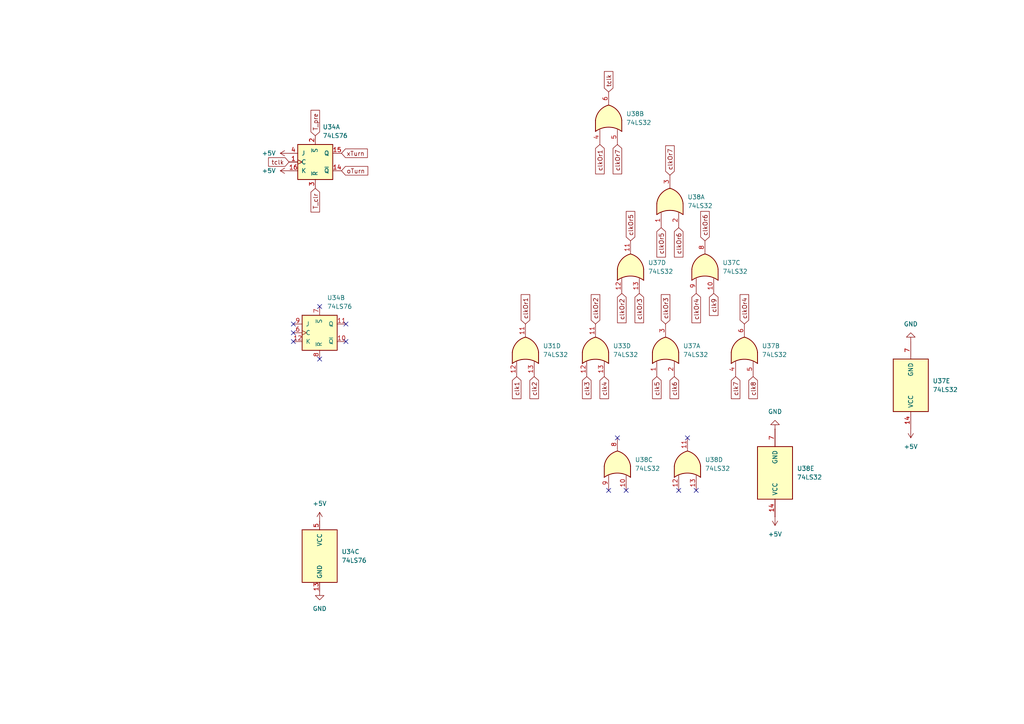
<source format=kicad_sch>
(kicad_sch
	(version 20250114)
	(generator "eeschema")
	(generator_version "9.0")
	(uuid "c2e83f53-f903-4dee-878f-226ece54ba68")
	(paper "A4")
	(lib_symbols
		(symbol "74xx:74LS32"
			(pin_names
				(offset 1.016)
			)
			(exclude_from_sim no)
			(in_bom yes)
			(on_board yes)
			(property "Reference" "U"
				(at 0 1.27 0)
				(effects
					(font
						(size 1.27 1.27)
					)
				)
			)
			(property "Value" "74LS32"
				(at 0 -1.27 0)
				(effects
					(font
						(size 1.27 1.27)
					)
				)
			)
			(property "Footprint" ""
				(at 0 0 0)
				(effects
					(font
						(size 1.27 1.27)
					)
					(hide yes)
				)
			)
			(property "Datasheet" "http://www.ti.com/lit/gpn/sn74LS32"
				(at 0 0 0)
				(effects
					(font
						(size 1.27 1.27)
					)
					(hide yes)
				)
			)
			(property "Description" "Quad 2-input OR"
				(at 0 0 0)
				(effects
					(font
						(size 1.27 1.27)
					)
					(hide yes)
				)
			)
			(property "ki_locked" ""
				(at 0 0 0)
				(effects
					(font
						(size 1.27 1.27)
					)
				)
			)
			(property "ki_keywords" "TTL Or2"
				(at 0 0 0)
				(effects
					(font
						(size 1.27 1.27)
					)
					(hide yes)
				)
			)
			(property "ki_fp_filters" "DIP?14*"
				(at 0 0 0)
				(effects
					(font
						(size 1.27 1.27)
					)
					(hide yes)
				)
			)
			(symbol "74LS32_1_1"
				(arc
					(start -3.81 3.81)
					(mid -2.589 0)
					(end -3.81 -3.81)
					(stroke
						(width 0.254)
						(type default)
					)
					(fill
						(type none)
					)
				)
				(polyline
					(pts
						(xy -3.81 3.81) (xy -0.635 3.81)
					)
					(stroke
						(width 0.254)
						(type default)
					)
					(fill
						(type background)
					)
				)
				(polyline
					(pts
						(xy -3.81 -3.81) (xy -0.635 -3.81)
					)
					(stroke
						(width 0.254)
						(type default)
					)
					(fill
						(type background)
					)
				)
				(arc
					(start 3.81 0)
					(mid 2.1855 -2.584)
					(end -0.6096 -3.81)
					(stroke
						(width 0.254)
						(type default)
					)
					(fill
						(type background)
					)
				)
				(arc
					(start -0.6096 3.81)
					(mid 2.1928 2.5924)
					(end 3.81 0)
					(stroke
						(width 0.254)
						(type default)
					)
					(fill
						(type background)
					)
				)
				(polyline
					(pts
						(xy -0.635 3.81) (xy -3.81 3.81) (xy -3.81 3.81) (xy -3.556 3.4036) (xy -3.0226 2.2606) (xy -2.6924 1.0414)
						(xy -2.6162 -0.254) (xy -2.7686 -1.4986) (xy -3.175 -2.7178) (xy -3.81 -3.81) (xy -3.81 -3.81)
						(xy -0.635 -3.81)
					)
					(stroke
						(width -25.4)
						(type default)
					)
					(fill
						(type background)
					)
				)
				(pin input line
					(at -7.62 2.54 0)
					(length 4.318)
					(name "~"
						(effects
							(font
								(size 1.27 1.27)
							)
						)
					)
					(number "1"
						(effects
							(font
								(size 1.27 1.27)
							)
						)
					)
				)
				(pin input line
					(at -7.62 -2.54 0)
					(length 4.318)
					(name "~"
						(effects
							(font
								(size 1.27 1.27)
							)
						)
					)
					(number "2"
						(effects
							(font
								(size 1.27 1.27)
							)
						)
					)
				)
				(pin output line
					(at 7.62 0 180)
					(length 3.81)
					(name "~"
						(effects
							(font
								(size 1.27 1.27)
							)
						)
					)
					(number "3"
						(effects
							(font
								(size 1.27 1.27)
							)
						)
					)
				)
			)
			(symbol "74LS32_1_2"
				(arc
					(start 0 3.81)
					(mid 3.7934 0)
					(end 0 -3.81)
					(stroke
						(width 0.254)
						(type default)
					)
					(fill
						(type background)
					)
				)
				(polyline
					(pts
						(xy 0 3.81) (xy -3.81 3.81) (xy -3.81 -3.81) (xy 0 -3.81)
					)
					(stroke
						(width 0.254)
						(type default)
					)
					(fill
						(type background)
					)
				)
				(pin input inverted
					(at -7.62 2.54 0)
					(length 3.81)
					(name "~"
						(effects
							(font
								(size 1.27 1.27)
							)
						)
					)
					(number "1"
						(effects
							(font
								(size 1.27 1.27)
							)
						)
					)
				)
				(pin input inverted
					(at -7.62 -2.54 0)
					(length 3.81)
					(name "~"
						(effects
							(font
								(size 1.27 1.27)
							)
						)
					)
					(number "2"
						(effects
							(font
								(size 1.27 1.27)
							)
						)
					)
				)
				(pin output inverted
					(at 7.62 0 180)
					(length 3.81)
					(name "~"
						(effects
							(font
								(size 1.27 1.27)
							)
						)
					)
					(number "3"
						(effects
							(font
								(size 1.27 1.27)
							)
						)
					)
				)
			)
			(symbol "74LS32_2_1"
				(arc
					(start -3.81 3.81)
					(mid -2.589 0)
					(end -3.81 -3.81)
					(stroke
						(width 0.254)
						(type default)
					)
					(fill
						(type none)
					)
				)
				(polyline
					(pts
						(xy -3.81 3.81) (xy -0.635 3.81)
					)
					(stroke
						(width 0.254)
						(type default)
					)
					(fill
						(type background)
					)
				)
				(polyline
					(pts
						(xy -3.81 -3.81) (xy -0.635 -3.81)
					)
					(stroke
						(width 0.254)
						(type default)
					)
					(fill
						(type background)
					)
				)
				(arc
					(start 3.81 0)
					(mid 2.1855 -2.584)
					(end -0.6096 -3.81)
					(stroke
						(width 0.254)
						(type default)
					)
					(fill
						(type background)
					)
				)
				(arc
					(start -0.6096 3.81)
					(mid 2.1928 2.5924)
					(end 3.81 0)
					(stroke
						(width 0.254)
						(type default)
					)
					(fill
						(type background)
					)
				)
				(polyline
					(pts
						(xy -0.635 3.81) (xy -3.81 3.81) (xy -3.81 3.81) (xy -3.556 3.4036) (xy -3.0226 2.2606) (xy -2.6924 1.0414)
						(xy -2.6162 -0.254) (xy -2.7686 -1.4986) (xy -3.175 -2.7178) (xy -3.81 -3.81) (xy -3.81 -3.81)
						(xy -0.635 -3.81)
					)
					(stroke
						(width -25.4)
						(type default)
					)
					(fill
						(type background)
					)
				)
				(pin input line
					(at -7.62 2.54 0)
					(length 4.318)
					(name "~"
						(effects
							(font
								(size 1.27 1.27)
							)
						)
					)
					(number "4"
						(effects
							(font
								(size 1.27 1.27)
							)
						)
					)
				)
				(pin input line
					(at -7.62 -2.54 0)
					(length 4.318)
					(name "~"
						(effects
							(font
								(size 1.27 1.27)
							)
						)
					)
					(number "5"
						(effects
							(font
								(size 1.27 1.27)
							)
						)
					)
				)
				(pin output line
					(at 7.62 0 180)
					(length 3.81)
					(name "~"
						(effects
							(font
								(size 1.27 1.27)
							)
						)
					)
					(number "6"
						(effects
							(font
								(size 1.27 1.27)
							)
						)
					)
				)
			)
			(symbol "74LS32_2_2"
				(arc
					(start 0 3.81)
					(mid 3.7934 0)
					(end 0 -3.81)
					(stroke
						(width 0.254)
						(type default)
					)
					(fill
						(type background)
					)
				)
				(polyline
					(pts
						(xy 0 3.81) (xy -3.81 3.81) (xy -3.81 -3.81) (xy 0 -3.81)
					)
					(stroke
						(width 0.254)
						(type default)
					)
					(fill
						(type background)
					)
				)
				(pin input inverted
					(at -7.62 2.54 0)
					(length 3.81)
					(name "~"
						(effects
							(font
								(size 1.27 1.27)
							)
						)
					)
					(number "4"
						(effects
							(font
								(size 1.27 1.27)
							)
						)
					)
				)
				(pin input inverted
					(at -7.62 -2.54 0)
					(length 3.81)
					(name "~"
						(effects
							(font
								(size 1.27 1.27)
							)
						)
					)
					(number "5"
						(effects
							(font
								(size 1.27 1.27)
							)
						)
					)
				)
				(pin output inverted
					(at 7.62 0 180)
					(length 3.81)
					(name "~"
						(effects
							(font
								(size 1.27 1.27)
							)
						)
					)
					(number "6"
						(effects
							(font
								(size 1.27 1.27)
							)
						)
					)
				)
			)
			(symbol "74LS32_3_1"
				(arc
					(start -3.81 3.81)
					(mid -2.589 0)
					(end -3.81 -3.81)
					(stroke
						(width 0.254)
						(type default)
					)
					(fill
						(type none)
					)
				)
				(polyline
					(pts
						(xy -3.81 3.81) (xy -0.635 3.81)
					)
					(stroke
						(width 0.254)
						(type default)
					)
					(fill
						(type background)
					)
				)
				(polyline
					(pts
						(xy -3.81 -3.81) (xy -0.635 -3.81)
					)
					(stroke
						(width 0.254)
						(type default)
					)
					(fill
						(type background)
					)
				)
				(arc
					(start 3.81 0)
					(mid 2.1855 -2.584)
					(end -0.6096 -3.81)
					(stroke
						(width 0.254)
						(type default)
					)
					(fill
						(type background)
					)
				)
				(arc
					(start -0.6096 3.81)
					(mid 2.1928 2.5924)
					(end 3.81 0)
					(stroke
						(width 0.254)
						(type default)
					)
					(fill
						(type background)
					)
				)
				(polyline
					(pts
						(xy -0.635 3.81) (xy -3.81 3.81) (xy -3.81 3.81) (xy -3.556 3.4036) (xy -3.0226 2.2606) (xy -2.6924 1.0414)
						(xy -2.6162 -0.254) (xy -2.7686 -1.4986) (xy -3.175 -2.7178) (xy -3.81 -3.81) (xy -3.81 -3.81)
						(xy -0.635 -3.81)
					)
					(stroke
						(width -25.4)
						(type default)
					)
					(fill
						(type background)
					)
				)
				(pin input line
					(at -7.62 2.54 0)
					(length 4.318)
					(name "~"
						(effects
							(font
								(size 1.27 1.27)
							)
						)
					)
					(number "9"
						(effects
							(font
								(size 1.27 1.27)
							)
						)
					)
				)
				(pin input line
					(at -7.62 -2.54 0)
					(length 4.318)
					(name "~"
						(effects
							(font
								(size 1.27 1.27)
							)
						)
					)
					(number "10"
						(effects
							(font
								(size 1.27 1.27)
							)
						)
					)
				)
				(pin output line
					(at 7.62 0 180)
					(length 3.81)
					(name "~"
						(effects
							(font
								(size 1.27 1.27)
							)
						)
					)
					(number "8"
						(effects
							(font
								(size 1.27 1.27)
							)
						)
					)
				)
			)
			(symbol "74LS32_3_2"
				(arc
					(start 0 3.81)
					(mid 3.7934 0)
					(end 0 -3.81)
					(stroke
						(width 0.254)
						(type default)
					)
					(fill
						(type background)
					)
				)
				(polyline
					(pts
						(xy 0 3.81) (xy -3.81 3.81) (xy -3.81 -3.81) (xy 0 -3.81)
					)
					(stroke
						(width 0.254)
						(type default)
					)
					(fill
						(type background)
					)
				)
				(pin input inverted
					(at -7.62 2.54 0)
					(length 3.81)
					(name "~"
						(effects
							(font
								(size 1.27 1.27)
							)
						)
					)
					(number "9"
						(effects
							(font
								(size 1.27 1.27)
							)
						)
					)
				)
				(pin input inverted
					(at -7.62 -2.54 0)
					(length 3.81)
					(name "~"
						(effects
							(font
								(size 1.27 1.27)
							)
						)
					)
					(number "10"
						(effects
							(font
								(size 1.27 1.27)
							)
						)
					)
				)
				(pin output inverted
					(at 7.62 0 180)
					(length 3.81)
					(name "~"
						(effects
							(font
								(size 1.27 1.27)
							)
						)
					)
					(number "8"
						(effects
							(font
								(size 1.27 1.27)
							)
						)
					)
				)
			)
			(symbol "74LS32_4_1"
				(arc
					(start -3.81 3.81)
					(mid -2.589 0)
					(end -3.81 -3.81)
					(stroke
						(width 0.254)
						(type default)
					)
					(fill
						(type none)
					)
				)
				(polyline
					(pts
						(xy -3.81 3.81) (xy -0.635 3.81)
					)
					(stroke
						(width 0.254)
						(type default)
					)
					(fill
						(type background)
					)
				)
				(polyline
					(pts
						(xy -3.81 -3.81) (xy -0.635 -3.81)
					)
					(stroke
						(width 0.254)
						(type default)
					)
					(fill
						(type background)
					)
				)
				(arc
					(start 3.81 0)
					(mid 2.1855 -2.584)
					(end -0.6096 -3.81)
					(stroke
						(width 0.254)
						(type default)
					)
					(fill
						(type background)
					)
				)
				(arc
					(start -0.6096 3.81)
					(mid 2.1928 2.5924)
					(end 3.81 0)
					(stroke
						(width 0.254)
						(type default)
					)
					(fill
						(type background)
					)
				)
				(polyline
					(pts
						(xy -0.635 3.81) (xy -3.81 3.81) (xy -3.81 3.81) (xy -3.556 3.4036) (xy -3.0226 2.2606) (xy -2.6924 1.0414)
						(xy -2.6162 -0.254) (xy -2.7686 -1.4986) (xy -3.175 -2.7178) (xy -3.81 -3.81) (xy -3.81 -3.81)
						(xy -0.635 -3.81)
					)
					(stroke
						(width -25.4)
						(type default)
					)
					(fill
						(type background)
					)
				)
				(pin input line
					(at -7.62 2.54 0)
					(length 4.318)
					(name "~"
						(effects
							(font
								(size 1.27 1.27)
							)
						)
					)
					(number "12"
						(effects
							(font
								(size 1.27 1.27)
							)
						)
					)
				)
				(pin input line
					(at -7.62 -2.54 0)
					(length 4.318)
					(name "~"
						(effects
							(font
								(size 1.27 1.27)
							)
						)
					)
					(number "13"
						(effects
							(font
								(size 1.27 1.27)
							)
						)
					)
				)
				(pin output line
					(at 7.62 0 180)
					(length 3.81)
					(name "~"
						(effects
							(font
								(size 1.27 1.27)
							)
						)
					)
					(number "11"
						(effects
							(font
								(size 1.27 1.27)
							)
						)
					)
				)
			)
			(symbol "74LS32_4_2"
				(arc
					(start 0 3.81)
					(mid 3.7934 0)
					(end 0 -3.81)
					(stroke
						(width 0.254)
						(type default)
					)
					(fill
						(type background)
					)
				)
				(polyline
					(pts
						(xy 0 3.81) (xy -3.81 3.81) (xy -3.81 -3.81) (xy 0 -3.81)
					)
					(stroke
						(width 0.254)
						(type default)
					)
					(fill
						(type background)
					)
				)
				(pin input inverted
					(at -7.62 2.54 0)
					(length 3.81)
					(name "~"
						(effects
							(font
								(size 1.27 1.27)
							)
						)
					)
					(number "12"
						(effects
							(font
								(size 1.27 1.27)
							)
						)
					)
				)
				(pin input inverted
					(at -7.62 -2.54 0)
					(length 3.81)
					(name "~"
						(effects
							(font
								(size 1.27 1.27)
							)
						)
					)
					(number "13"
						(effects
							(font
								(size 1.27 1.27)
							)
						)
					)
				)
				(pin output inverted
					(at 7.62 0 180)
					(length 3.81)
					(name "~"
						(effects
							(font
								(size 1.27 1.27)
							)
						)
					)
					(number "11"
						(effects
							(font
								(size 1.27 1.27)
							)
						)
					)
				)
			)
			(symbol "74LS32_5_0"
				(pin power_in line
					(at 0 12.7 270)
					(length 5.08)
					(name "VCC"
						(effects
							(font
								(size 1.27 1.27)
							)
						)
					)
					(number "14"
						(effects
							(font
								(size 1.27 1.27)
							)
						)
					)
				)
				(pin power_in line
					(at 0 -12.7 90)
					(length 5.08)
					(name "GND"
						(effects
							(font
								(size 1.27 1.27)
							)
						)
					)
					(number "7"
						(effects
							(font
								(size 1.27 1.27)
							)
						)
					)
				)
			)
			(symbol "74LS32_5_1"
				(rectangle
					(start -5.08 7.62)
					(end 5.08 -7.62)
					(stroke
						(width 0.254)
						(type default)
					)
					(fill
						(type background)
					)
				)
			)
			(embedded_fonts no)
		)
		(symbol "74xx:74LS76"
			(pin_names
				(offset 1.016)
			)
			(exclude_from_sim no)
			(in_bom yes)
			(on_board yes)
			(property "Reference" "U"
				(at -7.62 8.89 0)
				(effects
					(font
						(size 1.27 1.27)
					)
				)
			)
			(property "Value" "74LS76"
				(at -7.62 -8.89 0)
				(effects
					(font
						(size 1.27 1.27)
					)
				)
			)
			(property "Footprint" ""
				(at 0 0 0)
				(effects
					(font
						(size 1.27 1.27)
					)
					(hide yes)
				)
			)
			(property "Datasheet" "http://www.ti.com/lit/gpn/sn74LS76"
				(at 0 0 0)
				(effects
					(font
						(size 1.27 1.27)
					)
					(hide yes)
				)
			)
			(property "Description" "Dual JK Flip-flop, Set & Reset"
				(at 0 0 0)
				(effects
					(font
						(size 1.27 1.27)
					)
					(hide yes)
				)
			)
			(property "ki_locked" ""
				(at 0 0 0)
				(effects
					(font
						(size 1.27 1.27)
					)
				)
			)
			(property "ki_keywords" "TTL JK JKFF"
				(at 0 0 0)
				(effects
					(font
						(size 1.27 1.27)
					)
					(hide yes)
				)
			)
			(property "ki_fp_filters" "DIP?16*"
				(at 0 0 0)
				(effects
					(font
						(size 1.27 1.27)
					)
					(hide yes)
				)
			)
			(symbol "74LS76_1_0"
				(pin input line
					(at -7.62 2.54 0)
					(length 2.54)
					(name "J"
						(effects
							(font
								(size 1.27 1.27)
							)
						)
					)
					(number "4"
						(effects
							(font
								(size 1.27 1.27)
							)
						)
					)
				)
				(pin input clock
					(at -7.62 0 0)
					(length 2.54)
					(name "C"
						(effects
							(font
								(size 1.27 1.27)
							)
						)
					)
					(number "1"
						(effects
							(font
								(size 1.27 1.27)
							)
						)
					)
				)
				(pin input line
					(at -7.62 -2.54 0)
					(length 2.54)
					(name "K"
						(effects
							(font
								(size 1.27 1.27)
							)
						)
					)
					(number "16"
						(effects
							(font
								(size 1.27 1.27)
							)
						)
					)
				)
				(pin input line
					(at 0 7.62 270)
					(length 2.54)
					(name "~{S}"
						(effects
							(font
								(size 1.27 1.27)
							)
						)
					)
					(number "2"
						(effects
							(font
								(size 1.27 1.27)
							)
						)
					)
				)
				(pin input line
					(at 0 -7.62 90)
					(length 2.54)
					(name "~{R}"
						(effects
							(font
								(size 1.27 1.27)
							)
						)
					)
					(number "3"
						(effects
							(font
								(size 1.27 1.27)
							)
						)
					)
				)
				(pin output line
					(at 7.62 2.54 180)
					(length 2.54)
					(name "Q"
						(effects
							(font
								(size 1.27 1.27)
							)
						)
					)
					(number "15"
						(effects
							(font
								(size 1.27 1.27)
							)
						)
					)
				)
				(pin output line
					(at 7.62 -2.54 180)
					(length 2.54)
					(name "~{Q}"
						(effects
							(font
								(size 1.27 1.27)
							)
						)
					)
					(number "14"
						(effects
							(font
								(size 1.27 1.27)
							)
						)
					)
				)
			)
			(symbol "74LS76_1_1"
				(rectangle
					(start -5.08 5.08)
					(end 5.08 -5.08)
					(stroke
						(width 0.254)
						(type default)
					)
					(fill
						(type background)
					)
				)
			)
			(symbol "74LS76_2_0"
				(pin input line
					(at -7.62 2.54 0)
					(length 2.54)
					(name "J"
						(effects
							(font
								(size 1.27 1.27)
							)
						)
					)
					(number "9"
						(effects
							(font
								(size 1.27 1.27)
							)
						)
					)
				)
				(pin input clock
					(at -7.62 0 0)
					(length 2.54)
					(name "C"
						(effects
							(font
								(size 1.27 1.27)
							)
						)
					)
					(number "6"
						(effects
							(font
								(size 1.27 1.27)
							)
						)
					)
				)
				(pin input line
					(at -7.62 -2.54 0)
					(length 2.54)
					(name "K"
						(effects
							(font
								(size 1.27 1.27)
							)
						)
					)
					(number "12"
						(effects
							(font
								(size 1.27 1.27)
							)
						)
					)
				)
				(pin input line
					(at 0 7.62 270)
					(length 2.54)
					(name "~{S}"
						(effects
							(font
								(size 1.27 1.27)
							)
						)
					)
					(number "7"
						(effects
							(font
								(size 1.27 1.27)
							)
						)
					)
				)
				(pin input line
					(at 0 -7.62 90)
					(length 2.54)
					(name "~{R}"
						(effects
							(font
								(size 1.27 1.27)
							)
						)
					)
					(number "8"
						(effects
							(font
								(size 1.27 1.27)
							)
						)
					)
				)
				(pin output line
					(at 7.62 2.54 180)
					(length 2.54)
					(name "Q"
						(effects
							(font
								(size 1.27 1.27)
							)
						)
					)
					(number "11"
						(effects
							(font
								(size 1.27 1.27)
							)
						)
					)
				)
				(pin output line
					(at 7.62 -2.54 180)
					(length 2.54)
					(name "~{Q}"
						(effects
							(font
								(size 1.27 1.27)
							)
						)
					)
					(number "10"
						(effects
							(font
								(size 1.27 1.27)
							)
						)
					)
				)
			)
			(symbol "74LS76_2_1"
				(rectangle
					(start -5.08 5.08)
					(end 5.08 -5.08)
					(stroke
						(width 0.254)
						(type default)
					)
					(fill
						(type background)
					)
				)
			)
			(symbol "74LS76_3_0"
				(pin power_in line
					(at 0 10.16 270)
					(length 2.54)
					(name "VCC"
						(effects
							(font
								(size 1.27 1.27)
							)
						)
					)
					(number "5"
						(effects
							(font
								(size 1.27 1.27)
							)
						)
					)
				)
				(pin power_in line
					(at 0 -10.16 90)
					(length 2.54)
					(name "GND"
						(effects
							(font
								(size 1.27 1.27)
							)
						)
					)
					(number "13"
						(effects
							(font
								(size 1.27 1.27)
							)
						)
					)
				)
			)
			(symbol "74LS76_3_1"
				(rectangle
					(start -5.08 7.62)
					(end 5.08 -7.62)
					(stroke
						(width 0.254)
						(type default)
					)
					(fill
						(type background)
					)
				)
			)
			(embedded_fonts no)
		)
		(symbol "power:+5V"
			(power)
			(pin_numbers
				(hide yes)
			)
			(pin_names
				(offset 0)
				(hide yes)
			)
			(exclude_from_sim no)
			(in_bom yes)
			(on_board yes)
			(property "Reference" "#PWR"
				(at 0 -3.81 0)
				(effects
					(font
						(size 1.27 1.27)
					)
					(hide yes)
				)
			)
			(property "Value" "+5V"
				(at 0 3.556 0)
				(effects
					(font
						(size 1.27 1.27)
					)
				)
			)
			(property "Footprint" ""
				(at 0 0 0)
				(effects
					(font
						(size 1.27 1.27)
					)
					(hide yes)
				)
			)
			(property "Datasheet" ""
				(at 0 0 0)
				(effects
					(font
						(size 1.27 1.27)
					)
					(hide yes)
				)
			)
			(property "Description" "Power symbol creates a global label with name \"+5V\""
				(at 0 0 0)
				(effects
					(font
						(size 1.27 1.27)
					)
					(hide yes)
				)
			)
			(property "ki_keywords" "global power"
				(at 0 0 0)
				(effects
					(font
						(size 1.27 1.27)
					)
					(hide yes)
				)
			)
			(symbol "+5V_0_1"
				(polyline
					(pts
						(xy -0.762 1.27) (xy 0 2.54)
					)
					(stroke
						(width 0)
						(type default)
					)
					(fill
						(type none)
					)
				)
				(polyline
					(pts
						(xy 0 2.54) (xy 0.762 1.27)
					)
					(stroke
						(width 0)
						(type default)
					)
					(fill
						(type none)
					)
				)
				(polyline
					(pts
						(xy 0 0) (xy 0 2.54)
					)
					(stroke
						(width 0)
						(type default)
					)
					(fill
						(type none)
					)
				)
			)
			(symbol "+5V_1_1"
				(pin power_in line
					(at 0 0 90)
					(length 0)
					(name "~"
						(effects
							(font
								(size 1.27 1.27)
							)
						)
					)
					(number "1"
						(effects
							(font
								(size 1.27 1.27)
							)
						)
					)
				)
			)
			(embedded_fonts no)
		)
		(symbol "power:GND"
			(power)
			(pin_numbers
				(hide yes)
			)
			(pin_names
				(offset 0)
				(hide yes)
			)
			(exclude_from_sim no)
			(in_bom yes)
			(on_board yes)
			(property "Reference" "#PWR"
				(at 0 -6.35 0)
				(effects
					(font
						(size 1.27 1.27)
					)
					(hide yes)
				)
			)
			(property "Value" "GND"
				(at 0 -3.81 0)
				(effects
					(font
						(size 1.27 1.27)
					)
				)
			)
			(property "Footprint" ""
				(at 0 0 0)
				(effects
					(font
						(size 1.27 1.27)
					)
					(hide yes)
				)
			)
			(property "Datasheet" ""
				(at 0 0 0)
				(effects
					(font
						(size 1.27 1.27)
					)
					(hide yes)
				)
			)
			(property "Description" "Power symbol creates a global label with name \"GND\" , ground"
				(at 0 0 0)
				(effects
					(font
						(size 1.27 1.27)
					)
					(hide yes)
				)
			)
			(property "ki_keywords" "global power"
				(at 0 0 0)
				(effects
					(font
						(size 1.27 1.27)
					)
					(hide yes)
				)
			)
			(symbol "GND_0_1"
				(polyline
					(pts
						(xy 0 0) (xy 0 -1.27) (xy 1.27 -1.27) (xy 0 -2.54) (xy -1.27 -1.27) (xy 0 -1.27)
					)
					(stroke
						(width 0)
						(type default)
					)
					(fill
						(type none)
					)
				)
			)
			(symbol "GND_1_1"
				(pin power_in line
					(at 0 0 270)
					(length 0)
					(name "~"
						(effects
							(font
								(size 1.27 1.27)
							)
						)
					)
					(number "1"
						(effects
							(font
								(size 1.27 1.27)
							)
						)
					)
				)
			)
			(embedded_fonts no)
		)
	)
	(no_connect
		(at 196.85 142.24)
		(uuid "1c34730e-76d6-401e-b19f-fe03c47fb698")
	)
	(no_connect
		(at 201.93 142.24)
		(uuid "22a3cc71-ad03-462d-a802-ac7e7ec75b5b")
	)
	(no_connect
		(at 199.39 127)
		(uuid "250698f7-b910-4f0c-bd41-425c4300d69b")
	)
	(no_connect
		(at 85.09 93.98)
		(uuid "2da4ba03-699b-4bf6-af88-0ea18d6f257a")
	)
	(no_connect
		(at 179.07 127)
		(uuid "3d7c2e34-a1dc-4be5-b5fd-1dd44bbbf836")
	)
	(no_connect
		(at 100.33 93.98)
		(uuid "61c8a599-9899-4ec3-b348-98ae4ccb5a59")
	)
	(no_connect
		(at 85.09 99.06)
		(uuid "6455b868-881f-470b-8fa7-2875ef5cb8d1")
	)
	(no_connect
		(at 85.09 96.52)
		(uuid "6edc5827-34ca-4eee-83c6-87ec121e6208")
	)
	(no_connect
		(at 92.71 104.14)
		(uuid "930c5eeb-45ba-4f67-9200-5b9159006f7d")
	)
	(no_connect
		(at 100.33 99.06)
		(uuid "cb915a90-aa38-4e02-9277-3635d77b21d7")
	)
	(no_connect
		(at 181.61 142.24)
		(uuid "ce040f8d-4802-4244-ad11-d9b7738da0c7")
	)
	(no_connect
		(at 92.71 88.9)
		(uuid "cf5050e2-b3f2-424f-ba3f-35ba17f1fadf")
	)
	(no_connect
		(at 176.53 142.24)
		(uuid "d309fce2-041c-42de-9fee-9fb8fc9e2da2")
	)
	(global_label "clkOr1"
		(shape input)
		(at 173.99 41.91 270)
		(fields_autoplaced yes)
		(effects
			(font
				(size 1.27 1.27)
			)
			(justify right)
		)
		(uuid "0349b830-0d6e-4773-9ec4-c0a07aebafde")
		(property "Intersheetrefs" "${INTERSHEET_REFS}"
			(at 173.99 51.0033 90)
			(effects
				(font
					(size 1.27 1.27)
				)
				(justify right)
				(hide yes)
			)
		)
	)
	(global_label "clk1"
		(shape input)
		(at 149.86 109.22 270)
		(fields_autoplaced yes)
		(effects
			(font
				(size 1.27 1.27)
			)
			(justify right)
		)
		(uuid "0976e58f-ca31-4b5c-9baa-990aa5cb163f")
		(property "Intersheetrefs" "${INTERSHEET_REFS}"
			(at 149.86 116.1966 90)
			(effects
				(font
					(size 1.27 1.27)
				)
				(justify right)
				(hide yes)
			)
		)
	)
	(global_label "clkOr4"
		(shape input)
		(at 215.9 93.98 90)
		(fields_autoplaced yes)
		(effects
			(font
				(size 1.27 1.27)
			)
			(justify left)
		)
		(uuid "0a414d23-493a-4e07-9c42-c041e3e9b95e")
		(property "Intersheetrefs" "${INTERSHEET_REFS}"
			(at 215.9 84.8867 90)
			(effects
				(font
					(size 1.27 1.27)
				)
				(justify left)
				(hide yes)
			)
		)
	)
	(global_label "clk3"
		(shape input)
		(at 170.18 109.22 270)
		(fields_autoplaced yes)
		(effects
			(font
				(size 1.27 1.27)
			)
			(justify right)
		)
		(uuid "0de6d075-6be3-42b6-8cd1-8d5f8bce1e08")
		(property "Intersheetrefs" "${INTERSHEET_REFS}"
			(at 170.18 116.1966 90)
			(effects
				(font
					(size 1.27 1.27)
				)
				(justify right)
				(hide yes)
			)
		)
	)
	(global_label "clk4"
		(shape input)
		(at 175.26 109.22 270)
		(fields_autoplaced yes)
		(effects
			(font
				(size 1.27 1.27)
			)
			(justify right)
		)
		(uuid "1c95a8c7-3ce3-45af-b66c-1fa6e20de49f")
		(property "Intersheetrefs" "${INTERSHEET_REFS}"
			(at 175.26 116.1966 90)
			(effects
				(font
					(size 1.27 1.27)
				)
				(justify right)
				(hide yes)
			)
		)
	)
	(global_label "tclk"
		(shape input)
		(at 176.53 26.67 90)
		(fields_autoplaced yes)
		(effects
			(font
				(size 1.27 1.27)
			)
			(justify left)
		)
		(uuid "225c6ec5-af13-4279-bb04-7af7c0c0f1a9")
		(property "Intersheetrefs" "${INTERSHEET_REFS}"
			(at 176.53 20.1772 90)
			(effects
				(font
					(size 1.27 1.27)
				)
				(justify left)
				(hide yes)
			)
		)
	)
	(global_label "clk5"
		(shape input)
		(at 190.5 109.22 270)
		(fields_autoplaced yes)
		(effects
			(font
				(size 1.27 1.27)
			)
			(justify right)
		)
		(uuid "2c8db99a-c1c8-4584-8bd8-da048f885a40")
		(property "Intersheetrefs" "${INTERSHEET_REFS}"
			(at 190.5 116.1966 90)
			(effects
				(font
					(size 1.27 1.27)
				)
				(justify right)
				(hide yes)
			)
		)
	)
	(global_label "clkOr3"
		(shape input)
		(at 193.04 93.98 90)
		(fields_autoplaced yes)
		(effects
			(font
				(size 1.27 1.27)
			)
			(justify left)
		)
		(uuid "3675f76e-567d-45aa-b3e9-1236b0fbc9de")
		(property "Intersheetrefs" "${INTERSHEET_REFS}"
			(at 193.04 84.8867 90)
			(effects
				(font
					(size 1.27 1.27)
				)
				(justify left)
				(hide yes)
			)
		)
	)
	(global_label "clkOr5"
		(shape input)
		(at 191.77 66.04 270)
		(fields_autoplaced yes)
		(effects
			(font
				(size 1.27 1.27)
			)
			(justify right)
		)
		(uuid "40192c32-5143-4b12-b6b8-c8d309f3e0a7")
		(property "Intersheetrefs" "${INTERSHEET_REFS}"
			(at 191.77 75.1333 90)
			(effects
				(font
					(size 1.27 1.27)
				)
				(justify right)
				(hide yes)
			)
		)
	)
	(global_label "clkOr6"
		(shape input)
		(at 204.47 69.85 90)
		(fields_autoplaced yes)
		(effects
			(font
				(size 1.27 1.27)
			)
			(justify left)
		)
		(uuid "41fa10bd-76f2-4b76-b3a3-96da940f4f04")
		(property "Intersheetrefs" "${INTERSHEET_REFS}"
			(at 204.47 60.7567 90)
			(effects
				(font
					(size 1.27 1.27)
				)
				(justify left)
				(hide yes)
			)
		)
	)
	(global_label "clkOr3"
		(shape input)
		(at 185.42 85.09 270)
		(fields_autoplaced yes)
		(effects
			(font
				(size 1.27 1.27)
			)
			(justify right)
		)
		(uuid "4bec92ce-0ba7-4cdd-b995-f53dd94c0a9d")
		(property "Intersheetrefs" "${INTERSHEET_REFS}"
			(at 185.42 94.1833 90)
			(effects
				(font
					(size 1.27 1.27)
				)
				(justify right)
				(hide yes)
			)
		)
	)
	(global_label "clkOr2"
		(shape input)
		(at 172.72 93.98 90)
		(fields_autoplaced yes)
		(effects
			(font
				(size 1.27 1.27)
			)
			(justify left)
		)
		(uuid "5db0dac4-075d-46ac-b82a-13796f2a6ad6")
		(property "Intersheetrefs" "${INTERSHEET_REFS}"
			(at 172.72 84.8867 90)
			(effects
				(font
					(size 1.27 1.27)
				)
				(justify left)
				(hide yes)
			)
		)
	)
	(global_label "T_pre"
		(shape input)
		(at 91.44 39.37 90)
		(fields_autoplaced yes)
		(effects
			(font
				(size 1.27 1.27)
			)
			(justify left)
		)
		(uuid "6b9b816f-3a23-43d8-8563-b73111d0d34c")
		(property "Intersheetrefs" "${INTERSHEET_REFS}"
			(at 91.44 31.4258 90)
			(effects
				(font
					(size 1.27 1.27)
				)
				(justify left)
				(hide yes)
			)
		)
	)
	(global_label "clk6"
		(shape input)
		(at 195.58 109.22 270)
		(fields_autoplaced yes)
		(effects
			(font
				(size 1.27 1.27)
			)
			(justify right)
		)
		(uuid "74a0a480-7f22-4939-914e-7b3b0f46bd8c")
		(property "Intersheetrefs" "${INTERSHEET_REFS}"
			(at 195.58 116.1966 90)
			(effects
				(font
					(size 1.27 1.27)
				)
				(justify right)
				(hide yes)
			)
		)
	)
	(global_label "clkOr6"
		(shape input)
		(at 196.85 66.04 270)
		(fields_autoplaced yes)
		(effects
			(font
				(size 1.27 1.27)
			)
			(justify right)
		)
		(uuid "7a6f7884-af3b-45d2-9e49-46af144a49a7")
		(property "Intersheetrefs" "${INTERSHEET_REFS}"
			(at 196.85 75.1333 90)
			(effects
				(font
					(size 1.27 1.27)
				)
				(justify right)
				(hide yes)
			)
		)
	)
	(global_label "clk2"
		(shape input)
		(at 154.94 109.22 270)
		(fields_autoplaced yes)
		(effects
			(font
				(size 1.27 1.27)
			)
			(justify right)
		)
		(uuid "7c234a22-babf-466d-b7b0-b09a738f2140")
		(property "Intersheetrefs" "${INTERSHEET_REFS}"
			(at 154.94 116.1966 90)
			(effects
				(font
					(size 1.27 1.27)
				)
				(justify right)
				(hide yes)
			)
		)
	)
	(global_label "clkOr7"
		(shape input)
		(at 179.07 41.91 270)
		(fields_autoplaced yes)
		(effects
			(font
				(size 1.27 1.27)
			)
			(justify right)
		)
		(uuid "80f2d7a1-23ad-49df-9d4d-383ee90e00c0")
		(property "Intersheetrefs" "${INTERSHEET_REFS}"
			(at 179.07 51.0033 90)
			(effects
				(font
					(size 1.27 1.27)
				)
				(justify right)
				(hide yes)
			)
		)
	)
	(global_label "xTurn"
		(shape input)
		(at 99.06 44.45 0)
		(fields_autoplaced yes)
		(effects
			(font
				(size 1.27 1.27)
			)
			(justify left)
		)
		(uuid "93b41519-342b-4fe0-8c26-2c978b090590")
		(property "Intersheetrefs" "${INTERSHEET_REFS}"
			(at 107.1251 44.45 0)
			(effects
				(font
					(size 1.27 1.27)
				)
				(justify left)
				(hide yes)
			)
		)
	)
	(global_label "tclk"
		(shape input)
		(at 83.82 46.99 180)
		(fields_autoplaced yes)
		(effects
			(font
				(size 1.27 1.27)
			)
			(justify right)
		)
		(uuid "a1d951b2-e105-4890-b915-557acab9143f")
		(property "Intersheetrefs" "${INTERSHEET_REFS}"
			(at 77.3272 46.99 0)
			(effects
				(font
					(size 1.27 1.27)
				)
				(justify right)
				(hide yes)
			)
		)
	)
	(global_label "T_clr"
		(shape input)
		(at 91.44 54.61 270)
		(fields_autoplaced yes)
		(effects
			(font
				(size 1.27 1.27)
			)
			(justify right)
		)
		(uuid "a4e81dd8-ab95-44ef-abc2-7d52ca0dfa36")
		(property "Intersheetrefs" "${INTERSHEET_REFS}"
			(at 91.44 62.0704 90)
			(effects
				(font
					(size 1.27 1.27)
				)
				(justify right)
				(hide yes)
			)
		)
	)
	(global_label "clkOr1"
		(shape input)
		(at 152.4 93.98 90)
		(fields_autoplaced yes)
		(effects
			(font
				(size 1.27 1.27)
			)
			(justify left)
		)
		(uuid "a9032e5e-2695-48fb-96cb-1ad436d948c3")
		(property "Intersheetrefs" "${INTERSHEET_REFS}"
			(at 152.4 84.8867 90)
			(effects
				(font
					(size 1.27 1.27)
				)
				(justify left)
				(hide yes)
			)
		)
	)
	(global_label "oTurn"
		(shape input)
		(at 99.06 49.53 0)
		(fields_autoplaced yes)
		(effects
			(font
				(size 1.27 1.27)
			)
			(justify left)
		)
		(uuid "b564a8b9-bab3-45be-b6df-acb84fba6cd4")
		(property "Intersheetrefs" "${INTERSHEET_REFS}"
			(at 107.246 49.53 0)
			(effects
				(font
					(size 1.27 1.27)
				)
				(justify left)
				(hide yes)
			)
		)
	)
	(global_label "clkOr4"
		(shape input)
		(at 201.93 85.09 270)
		(fields_autoplaced yes)
		(effects
			(font
				(size 1.27 1.27)
			)
			(justify right)
		)
		(uuid "c75ae1e3-b3f4-43a8-ae52-8e98f04c0c12")
		(property "Intersheetrefs" "${INTERSHEET_REFS}"
			(at 201.93 94.1833 90)
			(effects
				(font
					(size 1.27 1.27)
				)
				(justify right)
				(hide yes)
			)
		)
	)
	(global_label "clkOr2"
		(shape input)
		(at 180.34 85.09 270)
		(fields_autoplaced yes)
		(effects
			(font
				(size 1.27 1.27)
			)
			(justify right)
		)
		(uuid "d65e52a6-ed02-449f-b960-a75bca5d22db")
		(property "Intersheetrefs" "${INTERSHEET_REFS}"
			(at 180.34 94.1833 90)
			(effects
				(font
					(size 1.27 1.27)
				)
				(justify right)
				(hide yes)
			)
		)
	)
	(global_label "clk8"
		(shape input)
		(at 218.44 109.22 270)
		(fields_autoplaced yes)
		(effects
			(font
				(size 1.27 1.27)
			)
			(justify right)
		)
		(uuid "d69d4fe5-6ad5-4f58-b366-dc9735ad55a6")
		(property "Intersheetrefs" "${INTERSHEET_REFS}"
			(at 218.44 116.1966 90)
			(effects
				(font
					(size 1.27 1.27)
				)
				(justify right)
				(hide yes)
			)
		)
	)
	(global_label "clk7"
		(shape input)
		(at 213.36 109.22 270)
		(fields_autoplaced yes)
		(effects
			(font
				(size 1.27 1.27)
			)
			(justify right)
		)
		(uuid "e0d8c7b7-8e37-45ed-8332-4468b60b113c")
		(property "Intersheetrefs" "${INTERSHEET_REFS}"
			(at 213.36 116.1966 90)
			(effects
				(font
					(size 1.27 1.27)
				)
				(justify right)
				(hide yes)
			)
		)
	)
	(global_label "clkOr7"
		(shape input)
		(at 194.31 50.8 90)
		(fields_autoplaced yes)
		(effects
			(font
				(size 1.27 1.27)
			)
			(justify left)
		)
		(uuid "f7b03d2c-bf41-46e9-9de2-6f5e3df638c1")
		(property "Intersheetrefs" "${INTERSHEET_REFS}"
			(at 194.31 41.7067 90)
			(effects
				(font
					(size 1.27 1.27)
				)
				(justify left)
				(hide yes)
			)
		)
	)
	(global_label "clkOr5"
		(shape input)
		(at 182.88 69.85 90)
		(fields_autoplaced yes)
		(effects
			(font
				(size 1.27 1.27)
			)
			(justify left)
		)
		(uuid "f926ad5a-17e8-433e-a9e3-5601247d5609")
		(property "Intersheetrefs" "${INTERSHEET_REFS}"
			(at 182.88 60.7567 90)
			(effects
				(font
					(size 1.27 1.27)
				)
				(justify left)
				(hide yes)
			)
		)
	)
	(global_label "clk9"
		(shape input)
		(at 207.01 85.09 270)
		(fields_autoplaced yes)
		(effects
			(font
				(size 1.27 1.27)
			)
			(justify right)
		)
		(uuid "fc621828-042e-49c6-b4d9-09990adcce70")
		(property "Intersheetrefs" "${INTERSHEET_REFS}"
			(at 207.01 92.0666 90)
			(effects
				(font
					(size 1.27 1.27)
				)
				(justify right)
				(hide yes)
			)
		)
	)
	(symbol
		(lib_id "74xx:74LS32")
		(at 204.47 77.47 90)
		(unit 3)
		(exclude_from_sim no)
		(in_bom yes)
		(on_board yes)
		(dnp no)
		(fields_autoplaced yes)
		(uuid "03833514-62bd-448e-ae97-8e97520f2c32")
		(property "Reference" "U37"
			(at 209.55 76.1999 90)
			(effects
				(font
					(size 1.27 1.27)
				)
				(justify right)
			)
		)
		(property "Value" "74LS32"
			(at 209.55 78.7399 90)
			(effects
				(font
					(size 1.27 1.27)
				)
				(justify right)
			)
		)
		(property "Footprint" "Package_DIP:DIP-14_W7.62mm"
			(at 204.47 77.47 0)
			(effects
				(font
					(size 1.27 1.27)
				)
				(hide yes)
			)
		)
		(property "Datasheet" "http://www.ti.com/lit/gpn/sn74LS32"
			(at 204.47 77.47 0)
			(effects
				(font
					(size 1.27 1.27)
				)
				(hide yes)
			)
		)
		(property "Description" "Quad 2-input OR"
			(at 204.47 77.47 0)
			(effects
				(font
					(size 1.27 1.27)
				)
				(hide yes)
			)
		)
		(pin "13"
			(uuid "bdb770e2-6496-4a89-a459-5e81dd933256")
		)
		(pin "2"
			(uuid "465c0b55-2772-48e7-91d5-49f453457654")
		)
		(pin "14"
			(uuid "91294f08-3697-4745-844e-6385df24e449")
		)
		(pin "3"
			(uuid "44964496-7c4e-4721-8c05-e96583a8dc4f")
		)
		(pin "11"
			(uuid "64f55c50-bbe2-4641-a261-0eede81f166f")
		)
		(pin "1"
			(uuid "50a331f5-5000-40e0-8e79-7438be61cfe0")
		)
		(pin "4"
			(uuid "461543c3-6981-4591-bd08-620f51ef91c7")
		)
		(pin "9"
			(uuid "06551c4a-c5e1-439d-92f9-30b8259c97ae")
		)
		(pin "10"
			(uuid "bd9e08b8-0ed9-4072-8af0-dad1ab8b8f35")
		)
		(pin "12"
			(uuid "64a313e6-e4c7-4776-84df-a3bc175689d1")
		)
		(pin "5"
			(uuid "6b5d6fca-c42b-4da3-9fef-451dc3d47863")
		)
		(pin "6"
			(uuid "867513b1-b375-4af2-8af9-bb7e754b9a2c")
		)
		(pin "8"
			(uuid "33251bb4-a7e7-4799-a128-360c89e17231")
		)
		(pin "7"
			(uuid "bbb1fc48-44cf-4628-9afa-f107ccb832a5")
		)
		(instances
			(project ""
				(path "/0f222bc9-c86a-4c26-921d-459394749d18/cda8109a-9103-4e61-9ede-bfd5137567e8"
					(reference "U37")
					(unit 3)
				)
			)
		)
	)
	(symbol
		(lib_id "74xx:74LS32")
		(at 152.4 101.6 90)
		(unit 4)
		(exclude_from_sim no)
		(in_bom yes)
		(on_board yes)
		(dnp no)
		(fields_autoplaced yes)
		(uuid "074abeef-d47a-4a02-b9d5-14c71291613b")
		(property "Reference" "U31"
			(at 157.48 100.3299 90)
			(effects
				(font
					(size 1.27 1.27)
				)
				(justify right)
			)
		)
		(property "Value" "74LS32"
			(at 157.48 102.8699 90)
			(effects
				(font
					(size 1.27 1.27)
				)
				(justify right)
			)
		)
		(property "Footprint" "Package_DIP:DIP-14_W7.62mm"
			(at 152.4 101.6 0)
			(effects
				(font
					(size 1.27 1.27)
				)
				(hide yes)
			)
		)
		(property "Datasheet" "http://www.ti.com/lit/gpn/sn74LS32"
			(at 152.4 101.6 0)
			(effects
				(font
					(size 1.27 1.27)
				)
				(hide yes)
			)
		)
		(property "Description" "Quad 2-input OR"
			(at 152.4 101.6 0)
			(effects
				(font
					(size 1.27 1.27)
				)
				(hide yes)
			)
		)
		(pin "14"
			(uuid "fc155bfd-2250-4271-b953-3259a8b6e22d")
		)
		(pin "3"
			(uuid "adea2980-06f0-427c-b91b-195deac025af")
		)
		(pin "2"
			(uuid "49c178b8-4628-4ba8-b835-6df6c6d700c5")
		)
		(pin "6"
			(uuid "72d79f72-57d4-4df7-a02e-c5f68651c1c7")
		)
		(pin "5"
			(uuid "5eb940ee-6ffb-47a6-b4c2-4c6bff726dd3")
		)
		(pin "9"
			(uuid "f0a56c5f-0e80-4bc4-b9c8-6fb483aaf653")
		)
		(pin "10"
			(uuid "e0b07e5f-f971-4e85-87fa-b99254e593f6")
		)
		(pin "1"
			(uuid "ce279261-efbd-4460-80fc-cd520a8ea4d2")
		)
		(pin "13"
			(uuid "8432760d-d8b7-49fb-9efe-a7f9cf1b2604")
		)
		(pin "11"
			(uuid "299cab68-56b7-48a3-99cc-211246f7bf30")
		)
		(pin "8"
			(uuid "1f9799d0-41fb-4681-a857-6650356180ae")
		)
		(pin "12"
			(uuid "a01e7873-1987-42bd-9320-767dd289e1a2")
		)
		(pin "4"
			(uuid "14248967-2d90-4e03-a6b0-203ffcdbc1f5")
		)
		(pin "7"
			(uuid "3584d41a-4f36-460d-a59b-1398bc372f64")
		)
		(instances
			(project "DSD_Project"
				(path "/0f222bc9-c86a-4c26-921d-459394749d18/cda8109a-9103-4e61-9ede-bfd5137567e8"
					(reference "U31")
					(unit 4)
				)
			)
		)
	)
	(symbol
		(lib_id "74xx:74LS76")
		(at 92.71 96.52 0)
		(unit 2)
		(exclude_from_sim no)
		(in_bom yes)
		(on_board yes)
		(dnp no)
		(fields_autoplaced yes)
		(uuid "07bba467-0659-4264-ba39-55b4fe8850dd")
		(property "Reference" "U34"
			(at 94.8533 86.36 0)
			(effects
				(font
					(size 1.27 1.27)
				)
				(justify left)
			)
		)
		(property "Value" "74LS76"
			(at 94.8533 88.9 0)
			(effects
				(font
					(size 1.27 1.27)
				)
				(justify left)
			)
		)
		(property "Footprint" "Package_DIP:DIP-16_W7.62mm"
			(at 92.71 96.52 0)
			(effects
				(font
					(size 1.27 1.27)
				)
				(hide yes)
			)
		)
		(property "Datasheet" "http://www.ti.com/lit/gpn/sn74LS76"
			(at 92.71 96.52 0)
			(effects
				(font
					(size 1.27 1.27)
				)
				(hide yes)
			)
		)
		(property "Description" "Dual JK Flip-flop, Set & Reset"
			(at 92.71 96.52 0)
			(effects
				(font
					(size 1.27 1.27)
				)
				(hide yes)
			)
		)
		(pin "16"
			(uuid "f1a9c8f3-3e98-455e-9cc6-c8d145f5f270")
		)
		(pin "3"
			(uuid "df3b6a32-d22c-4946-ba6b-21146e08ead7")
		)
		(pin "4"
			(uuid "ef5e9a8a-16a1-4a97-8d0e-f777771d556b")
		)
		(pin "1"
			(uuid "39969051-3b61-4c88-941c-9ca01da2f84a")
		)
		(pin "2"
			(uuid "50688952-3938-4054-a01b-8a6ef48c5aab")
		)
		(pin "6"
			(uuid "89d16b16-55ad-4447-addb-3d5222002802")
		)
		(pin "12"
			(uuid "ccfb918b-7efa-49d9-8b8e-a209665e9520")
		)
		(pin "9"
			(uuid "c5e68d3a-654d-47e5-8bca-8815dfc5701e")
		)
		(pin "7"
			(uuid "3df4a6ad-183b-46fc-894f-efa23d9524a9")
		)
		(pin "11"
			(uuid "f90f8b98-4cfb-42c1-a70d-706a0ce3c892")
		)
		(pin "15"
			(uuid "720251e5-9a91-492e-9220-aaf3594fd659")
		)
		(pin "10"
			(uuid "487eb6e0-bdc3-43e0-970e-120e1a5f9be3")
		)
		(pin "8"
			(uuid "ffa73489-3c16-4f50-9989-14032ac202ec")
		)
		(pin "14"
			(uuid "f39d029b-e6fe-453e-a284-b89ff40ca649")
		)
		(pin "5"
			(uuid "05bee97a-f3df-48bf-b052-ff1b6bb4f253")
		)
		(pin "13"
			(uuid "9d75de8c-4567-40e5-8a5b-fa21538dd12a")
		)
		(instances
			(project ""
				(path "/0f222bc9-c86a-4c26-921d-459394749d18/cda8109a-9103-4e61-9ede-bfd5137567e8"
					(reference "U34")
					(unit 2)
				)
			)
		)
	)
	(symbol
		(lib_id "power:+5V")
		(at 264.16 124.46 180)
		(unit 1)
		(exclude_from_sim no)
		(in_bom yes)
		(on_board yes)
		(dnp no)
		(fields_autoplaced yes)
		(uuid "1d2f5316-f878-4c33-97fd-d08a081ae23a")
		(property "Reference" "#PWR0110"
			(at 264.16 120.65 0)
			(effects
				(font
					(size 1.27 1.27)
				)
				(hide yes)
			)
		)
		(property "Value" "+5V"
			(at 264.16 129.54 0)
			(effects
				(font
					(size 1.27 1.27)
				)
			)
		)
		(property "Footprint" ""
			(at 264.16 124.46 0)
			(effects
				(font
					(size 1.27 1.27)
				)
				(hide yes)
			)
		)
		(property "Datasheet" ""
			(at 264.16 124.46 0)
			(effects
				(font
					(size 1.27 1.27)
				)
				(hide yes)
			)
		)
		(property "Description" "Power symbol creates a global label with name \"+5V\""
			(at 264.16 124.46 0)
			(effects
				(font
					(size 1.27 1.27)
				)
				(hide yes)
			)
		)
		(pin "1"
			(uuid "6fc7d624-4b64-4180-bc33-cd68bb35ae06")
		)
		(instances
			(project "DSD_Project"
				(path "/0f222bc9-c86a-4c26-921d-459394749d18/cda8109a-9103-4e61-9ede-bfd5137567e8"
					(reference "#PWR0110")
					(unit 1)
				)
			)
		)
	)
	(symbol
		(lib_id "74xx:74LS76")
		(at 92.71 161.29 0)
		(unit 3)
		(exclude_from_sim no)
		(in_bom yes)
		(on_board yes)
		(dnp no)
		(fields_autoplaced yes)
		(uuid "1e1a02c0-16d5-4ff0-aad7-d37074225e19")
		(property "Reference" "U34"
			(at 99.06 160.0199 0)
			(effects
				(font
					(size 1.27 1.27)
				)
				(justify left)
			)
		)
		(property "Value" "74LS76"
			(at 99.06 162.5599 0)
			(effects
				(font
					(size 1.27 1.27)
				)
				(justify left)
			)
		)
		(property "Footprint" "Package_DIP:DIP-16_W7.62mm"
			(at 92.71 161.29 0)
			(effects
				(font
					(size 1.27 1.27)
				)
				(hide yes)
			)
		)
		(property "Datasheet" "http://www.ti.com/lit/gpn/sn74LS76"
			(at 92.71 161.29 0)
			(effects
				(font
					(size 1.27 1.27)
				)
				(hide yes)
			)
		)
		(property "Description" "Dual JK Flip-flop, Set & Reset"
			(at 92.71 161.29 0)
			(effects
				(font
					(size 1.27 1.27)
				)
				(hide yes)
			)
		)
		(pin "16"
			(uuid "f1a9c8f3-3e98-455e-9cc6-c8d145f5f271")
		)
		(pin "3"
			(uuid "df3b6a32-d22c-4946-ba6b-21146e08ead8")
		)
		(pin "4"
			(uuid "ef5e9a8a-16a1-4a97-8d0e-f777771d556c")
		)
		(pin "1"
			(uuid "39969051-3b61-4c88-941c-9ca01da2f84b")
		)
		(pin "2"
			(uuid "50688952-3938-4054-a01b-8a6ef48c5aac")
		)
		(pin "6"
			(uuid "89d16b16-55ad-4447-addb-3d5222002803")
		)
		(pin "12"
			(uuid "ccfb918b-7efa-49d9-8b8e-a209665e9521")
		)
		(pin "9"
			(uuid "c5e68d3a-654d-47e5-8bca-8815dfc5701f")
		)
		(pin "7"
			(uuid "3df4a6ad-183b-46fc-894f-efa23d9524aa")
		)
		(pin "11"
			(uuid "f90f8b98-4cfb-42c1-a70d-706a0ce3c893")
		)
		(pin "15"
			(uuid "720251e5-9a91-492e-9220-aaf3594fd65a")
		)
		(pin "10"
			(uuid "487eb6e0-bdc3-43e0-970e-120e1a5f9be4")
		)
		(pin "8"
			(uuid "ffa73489-3c16-4f50-9989-14032ac202ed")
		)
		(pin "14"
			(uuid "f39d029b-e6fe-453e-a284-b89ff40ca64a")
		)
		(pin "5"
			(uuid "05bee97a-f3df-48bf-b052-ff1b6bb4f254")
		)
		(pin "13"
			(uuid "9d75de8c-4567-40e5-8a5b-fa21538dd12b")
		)
		(instances
			(project ""
				(path "/0f222bc9-c86a-4c26-921d-459394749d18/cda8109a-9103-4e61-9ede-bfd5137567e8"
					(reference "U34")
					(unit 3)
				)
			)
		)
	)
	(symbol
		(lib_id "power:+5V")
		(at 83.82 49.53 90)
		(unit 1)
		(exclude_from_sim no)
		(in_bom yes)
		(on_board yes)
		(dnp no)
		(fields_autoplaced yes)
		(uuid "215f3fb9-c878-4ac2-817b-6f92ff8d3180")
		(property "Reference" "#PWR022"
			(at 87.63 49.53 0)
			(effects
				(font
					(size 1.27 1.27)
				)
				(hide yes)
			)
		)
		(property "Value" "+5V"
			(at 80.01 49.5299 90)
			(effects
				(font
					(size 1.27 1.27)
				)
				(justify left)
			)
		)
		(property "Footprint" ""
			(at 83.82 49.53 0)
			(effects
				(font
					(size 1.27 1.27)
				)
				(hide yes)
			)
		)
		(property "Datasheet" ""
			(at 83.82 49.53 0)
			(effects
				(font
					(size 1.27 1.27)
				)
				(hide yes)
			)
		)
		(property "Description" "Power symbol creates a global label with name \"+5V\""
			(at 83.82 49.53 0)
			(effects
				(font
					(size 1.27 1.27)
				)
				(hide yes)
			)
		)
		(pin "1"
			(uuid "c0bf2c2a-4534-4cea-960a-43396e3b600e")
		)
		(instances
			(project "DSD_Project"
				(path "/0f222bc9-c86a-4c26-921d-459394749d18/cda8109a-9103-4e61-9ede-bfd5137567e8"
					(reference "#PWR022")
					(unit 1)
				)
			)
		)
	)
	(symbol
		(lib_id "74xx:74LS32")
		(at 264.16 111.76 180)
		(unit 5)
		(exclude_from_sim no)
		(in_bom yes)
		(on_board yes)
		(dnp no)
		(fields_autoplaced yes)
		(uuid "2518ddfc-9668-4ccc-81de-038a5c9be70d")
		(property "Reference" "U37"
			(at 270.51 110.4899 0)
			(effects
				(font
					(size 1.27 1.27)
				)
				(justify right)
			)
		)
		(property "Value" "74LS32"
			(at 270.51 113.0299 0)
			(effects
				(font
					(size 1.27 1.27)
				)
				(justify right)
			)
		)
		(property "Footprint" "Package_DIP:DIP-14_W7.62mm"
			(at 264.16 111.76 0)
			(effects
				(font
					(size 1.27 1.27)
				)
				(hide yes)
			)
		)
		(property "Datasheet" "http://www.ti.com/lit/gpn/sn74LS32"
			(at 264.16 111.76 0)
			(effects
				(font
					(size 1.27 1.27)
				)
				(hide yes)
			)
		)
		(property "Description" "Quad 2-input OR"
			(at 264.16 111.76 0)
			(effects
				(font
					(size 1.27 1.27)
				)
				(hide yes)
			)
		)
		(pin "13"
			(uuid "bdb770e2-6496-4a89-a459-5e81dd933257")
		)
		(pin "2"
			(uuid "465c0b55-2772-48e7-91d5-49f453457655")
		)
		(pin "14"
			(uuid "91294f08-3697-4745-844e-6385df24e44a")
		)
		(pin "3"
			(uuid "44964496-7c4e-4721-8c05-e96583a8dc50")
		)
		(pin "11"
			(uuid "64f55c50-bbe2-4641-a261-0eede81f1670")
		)
		(pin "1"
			(uuid "50a331f5-5000-40e0-8e79-7438be61cfe1")
		)
		(pin "4"
			(uuid "461543c3-6981-4591-bd08-620f51ef91c8")
		)
		(pin "9"
			(uuid "06551c4a-c5e1-439d-92f9-30b8259c97af")
		)
		(pin "10"
			(uuid "bd9e08b8-0ed9-4072-8af0-dad1ab8b8f36")
		)
		(pin "12"
			(uuid "64a313e6-e4c7-4776-84df-a3bc175689d2")
		)
		(pin "5"
			(uuid "6b5d6fca-c42b-4da3-9fef-451dc3d47864")
		)
		(pin "6"
			(uuid "867513b1-b375-4af2-8af9-bb7e754b9a2d")
		)
		(pin "8"
			(uuid "33251bb4-a7e7-4799-a128-360c89e17232")
		)
		(pin "7"
			(uuid "bbb1fc48-44cf-4628-9afa-f107ccb832a6")
		)
		(instances
			(project ""
				(path "/0f222bc9-c86a-4c26-921d-459394749d18/cda8109a-9103-4e61-9ede-bfd5137567e8"
					(reference "U37")
					(unit 5)
				)
			)
		)
	)
	(symbol
		(lib_id "74xx:74LS32")
		(at 193.04 101.6 90)
		(unit 1)
		(exclude_from_sim no)
		(in_bom yes)
		(on_board yes)
		(dnp no)
		(fields_autoplaced yes)
		(uuid "2b80cc2a-2918-463e-8240-06d71cea4293")
		(property "Reference" "U37"
			(at 198.12 100.3299 90)
			(effects
				(font
					(size 1.27 1.27)
				)
				(justify right)
			)
		)
		(property "Value" "74LS32"
			(at 198.12 102.8699 90)
			(effects
				(font
					(size 1.27 1.27)
				)
				(justify right)
			)
		)
		(property "Footprint" "Package_DIP:DIP-14_W7.62mm"
			(at 193.04 101.6 0)
			(effects
				(font
					(size 1.27 1.27)
				)
				(hide yes)
			)
		)
		(property "Datasheet" "http://www.ti.com/lit/gpn/sn74LS32"
			(at 193.04 101.6 0)
			(effects
				(font
					(size 1.27 1.27)
				)
				(hide yes)
			)
		)
		(property "Description" "Quad 2-input OR"
			(at 193.04 101.6 0)
			(effects
				(font
					(size 1.27 1.27)
				)
				(hide yes)
			)
		)
		(pin "13"
			(uuid "bdb770e2-6496-4a89-a459-5e81dd933258")
		)
		(pin "2"
			(uuid "465c0b55-2772-48e7-91d5-49f453457656")
		)
		(pin "14"
			(uuid "91294f08-3697-4745-844e-6385df24e44b")
		)
		(pin "3"
			(uuid "44964496-7c4e-4721-8c05-e96583a8dc51")
		)
		(pin "11"
			(uuid "64f55c50-bbe2-4641-a261-0eede81f1671")
		)
		(pin "1"
			(uuid "50a331f5-5000-40e0-8e79-7438be61cfe2")
		)
		(pin "4"
			(uuid "461543c3-6981-4591-bd08-620f51ef91c9")
		)
		(pin "9"
			(uuid "06551c4a-c5e1-439d-92f9-30b8259c97b0")
		)
		(pin "10"
			(uuid "bd9e08b8-0ed9-4072-8af0-dad1ab8b8f37")
		)
		(pin "12"
			(uuid "64a313e6-e4c7-4776-84df-a3bc175689d3")
		)
		(pin "5"
			(uuid "6b5d6fca-c42b-4da3-9fef-451dc3d47865")
		)
		(pin "6"
			(uuid "867513b1-b375-4af2-8af9-bb7e754b9a2e")
		)
		(pin "8"
			(uuid "33251bb4-a7e7-4799-a128-360c89e17233")
		)
		(pin "7"
			(uuid "bbb1fc48-44cf-4628-9afa-f107ccb832a7")
		)
		(instances
			(project ""
				(path "/0f222bc9-c86a-4c26-921d-459394749d18/cda8109a-9103-4e61-9ede-bfd5137567e8"
					(reference "U37")
					(unit 1)
				)
			)
		)
	)
	(symbol
		(lib_id "power:+5V")
		(at 224.79 149.86 180)
		(unit 1)
		(exclude_from_sim no)
		(in_bom yes)
		(on_board yes)
		(dnp no)
		(fields_autoplaced yes)
		(uuid "2df14536-636a-4296-82ce-9bb228201fb1")
		(property "Reference" "#PWR0109"
			(at 224.79 146.05 0)
			(effects
				(font
					(size 1.27 1.27)
				)
				(hide yes)
			)
		)
		(property "Value" "+5V"
			(at 224.79 154.94 0)
			(effects
				(font
					(size 1.27 1.27)
				)
			)
		)
		(property "Footprint" ""
			(at 224.79 149.86 0)
			(effects
				(font
					(size 1.27 1.27)
				)
				(hide yes)
			)
		)
		(property "Datasheet" ""
			(at 224.79 149.86 0)
			(effects
				(font
					(size 1.27 1.27)
				)
				(hide yes)
			)
		)
		(property "Description" "Power symbol creates a global label with name \"+5V\""
			(at 224.79 149.86 0)
			(effects
				(font
					(size 1.27 1.27)
				)
				(hide yes)
			)
		)
		(pin "1"
			(uuid "508f943e-c893-4ca7-9ac7-f50ef026f4dd")
		)
		(instances
			(project "DSD_Project"
				(path "/0f222bc9-c86a-4c26-921d-459394749d18/cda8109a-9103-4e61-9ede-bfd5137567e8"
					(reference "#PWR0109")
					(unit 1)
				)
			)
		)
	)
	(symbol
		(lib_id "power:+5V")
		(at 83.82 44.45 90)
		(unit 1)
		(exclude_from_sim no)
		(in_bom yes)
		(on_board yes)
		(dnp no)
		(fields_autoplaced yes)
		(uuid "3a205551-3453-4bfb-9d77-cb4e24018a96")
		(property "Reference" "#PWR016"
			(at 87.63 44.45 0)
			(effects
				(font
					(size 1.27 1.27)
				)
				(hide yes)
			)
		)
		(property "Value" "+5V"
			(at 80.01 44.4499 90)
			(effects
				(font
					(size 1.27 1.27)
				)
				(justify left)
			)
		)
		(property "Footprint" ""
			(at 83.82 44.45 0)
			(effects
				(font
					(size 1.27 1.27)
				)
				(hide yes)
			)
		)
		(property "Datasheet" ""
			(at 83.82 44.45 0)
			(effects
				(font
					(size 1.27 1.27)
				)
				(hide yes)
			)
		)
		(property "Description" "Power symbol creates a global label with name \"+5V\""
			(at 83.82 44.45 0)
			(effects
				(font
					(size 1.27 1.27)
				)
				(hide yes)
			)
		)
		(pin "1"
			(uuid "02fe2c8c-230a-490d-99cc-2bf33c4c1095")
		)
		(instances
			(project ""
				(path "/0f222bc9-c86a-4c26-921d-459394749d18/cda8109a-9103-4e61-9ede-bfd5137567e8"
					(reference "#PWR016")
					(unit 1)
				)
			)
		)
	)
	(symbol
		(lib_id "74xx:74LS32")
		(at 179.07 134.62 90)
		(unit 3)
		(exclude_from_sim no)
		(in_bom yes)
		(on_board yes)
		(dnp no)
		(fields_autoplaced yes)
		(uuid "563b9f83-7030-4d45-b917-e511edcd293a")
		(property "Reference" "U38"
			(at 184.15 133.3499 90)
			(effects
				(font
					(size 1.27 1.27)
				)
				(justify right)
			)
		)
		(property "Value" "74LS32"
			(at 184.15 135.8899 90)
			(effects
				(font
					(size 1.27 1.27)
				)
				(justify right)
			)
		)
		(property "Footprint" "Package_DIP:DIP-14_W7.62mm"
			(at 179.07 134.62 0)
			(effects
				(font
					(size 1.27 1.27)
				)
				(hide yes)
			)
		)
		(property "Datasheet" "http://www.ti.com/lit/gpn/sn74LS32"
			(at 179.07 134.62 0)
			(effects
				(font
					(size 1.27 1.27)
				)
				(hide yes)
			)
		)
		(property "Description" "Quad 2-input OR"
			(at 179.07 134.62 0)
			(effects
				(font
					(size 1.27 1.27)
				)
				(hide yes)
			)
		)
		(pin "4"
			(uuid "60cf60d9-5f46-4cd2-8894-b2f57eaa85af")
		)
		(pin "5"
			(uuid "e4e02445-4661-45dc-aacd-3c0bffeec35b")
		)
		(pin "8"
			(uuid "218df83c-0587-49e2-a175-d4760a042946")
		)
		(pin "1"
			(uuid "51058e8e-4cee-4770-a02d-32bd4f75c523")
		)
		(pin "11"
			(uuid "1066a6f7-fba2-407d-bae3-93ea839376fc")
		)
		(pin "3"
			(uuid "a01be0e5-fbcc-4f33-95b6-4397460ea336")
		)
		(pin "2"
			(uuid "469b225f-c4d2-4b95-b9c7-54de0b0c31ab")
		)
		(pin "9"
			(uuid "7d126cfc-e434-4cfa-93d5-77fced96262f")
		)
		(pin "10"
			(uuid "6be0f82a-cf60-4079-90f4-5ac030e5d2dc")
		)
		(pin "6"
			(uuid "f7b2063d-8c66-4d1d-a6a9-4ab19ca09633")
		)
		(pin "12"
			(uuid "fd068b10-582d-400d-aaf6-e04e78310f86")
		)
		(pin "13"
			(uuid "3a6e8a1a-a8d9-4b83-818f-6db19a683dae")
		)
		(pin "14"
			(uuid "611cc92f-7e97-4ccc-8d75-da2ab752229d")
		)
		(pin "7"
			(uuid "1c15fda9-8795-41cf-a7cc-8545d779a0b3")
		)
		(instances
			(project ""
				(path "/0f222bc9-c86a-4c26-921d-459394749d18/cda8109a-9103-4e61-9ede-bfd5137567e8"
					(reference "U38")
					(unit 3)
				)
			)
		)
	)
	(symbol
		(lib_id "power:GND")
		(at 92.71 171.45 0)
		(unit 1)
		(exclude_from_sim no)
		(in_bom yes)
		(on_board yes)
		(dnp no)
		(fields_autoplaced yes)
		(uuid "77bc9978-5bc9-4b17-b43b-dec2183e12b1")
		(property "Reference" "#PWR0105"
			(at 92.71 177.8 0)
			(effects
				(font
					(size 1.27 1.27)
				)
				(hide yes)
			)
		)
		(property "Value" "GND"
			(at 92.71 176.53 0)
			(effects
				(font
					(size 1.27 1.27)
				)
			)
		)
		(property "Footprint" ""
			(at 92.71 171.45 0)
			(effects
				(font
					(size 1.27 1.27)
				)
				(hide yes)
			)
		)
		(property "Datasheet" ""
			(at 92.71 171.45 0)
			(effects
				(font
					(size 1.27 1.27)
				)
				(hide yes)
			)
		)
		(property "Description" "Power symbol creates a global label with name \"GND\" , ground"
			(at 92.71 171.45 0)
			(effects
				(font
					(size 1.27 1.27)
				)
				(hide yes)
			)
		)
		(pin "1"
			(uuid "53767b72-3b9a-4f91-813c-0cbabb60f62c")
		)
		(instances
			(project "DSD_Project"
				(path "/0f222bc9-c86a-4c26-921d-459394749d18/cda8109a-9103-4e61-9ede-bfd5137567e8"
					(reference "#PWR0105")
					(unit 1)
				)
			)
		)
	)
	(symbol
		(lib_id "power:+5V")
		(at 92.71 151.13 0)
		(unit 1)
		(exclude_from_sim no)
		(in_bom yes)
		(on_board yes)
		(dnp no)
		(fields_autoplaced yes)
		(uuid "8901328e-0458-4b45-9b27-dd064a03f667")
		(property "Reference" "#PWR0106"
			(at 92.71 154.94 0)
			(effects
				(font
					(size 1.27 1.27)
				)
				(hide yes)
			)
		)
		(property "Value" "+5V"
			(at 92.71 146.05 0)
			(effects
				(font
					(size 1.27 1.27)
				)
			)
		)
		(property "Footprint" ""
			(at 92.71 151.13 0)
			(effects
				(font
					(size 1.27 1.27)
				)
				(hide yes)
			)
		)
		(property "Datasheet" ""
			(at 92.71 151.13 0)
			(effects
				(font
					(size 1.27 1.27)
				)
				(hide yes)
			)
		)
		(property "Description" "Power symbol creates a global label with name \"+5V\""
			(at 92.71 151.13 0)
			(effects
				(font
					(size 1.27 1.27)
				)
				(hide yes)
			)
		)
		(pin "1"
			(uuid "06f80939-37a1-472f-9012-882d906722f2")
		)
		(instances
			(project ""
				(path "/0f222bc9-c86a-4c26-921d-459394749d18/cda8109a-9103-4e61-9ede-bfd5137567e8"
					(reference "#PWR0106")
					(unit 1)
				)
			)
		)
	)
	(symbol
		(lib_id "74xx:74LS32")
		(at 224.79 137.16 180)
		(unit 5)
		(exclude_from_sim no)
		(in_bom yes)
		(on_board yes)
		(dnp no)
		(fields_autoplaced yes)
		(uuid "929b6404-adfa-4763-92ef-34d99c828842")
		(property "Reference" "U38"
			(at 231.14 135.8899 0)
			(effects
				(font
					(size 1.27 1.27)
				)
				(justify right)
			)
		)
		(property "Value" "74LS32"
			(at 231.14 138.4299 0)
			(effects
				(font
					(size 1.27 1.27)
				)
				(justify right)
			)
		)
		(property "Footprint" "Package_DIP:DIP-14_W7.62mm"
			(at 224.79 137.16 0)
			(effects
				(font
					(size 1.27 1.27)
				)
				(hide yes)
			)
		)
		(property "Datasheet" "http://www.ti.com/lit/gpn/sn74LS32"
			(at 224.79 137.16 0)
			(effects
				(font
					(size 1.27 1.27)
				)
				(hide yes)
			)
		)
		(property "Description" "Quad 2-input OR"
			(at 224.79 137.16 0)
			(effects
				(font
					(size 1.27 1.27)
				)
				(hide yes)
			)
		)
		(pin "4"
			(uuid "60cf60d9-5f46-4cd2-8894-b2f57eaa85b0")
		)
		(pin "5"
			(uuid "e4e02445-4661-45dc-aacd-3c0bffeec35c")
		)
		(pin "8"
			(uuid "218df83c-0587-49e2-a175-d4760a042947")
		)
		(pin "1"
			(uuid "51058e8e-4cee-4770-a02d-32bd4f75c524")
		)
		(pin "11"
			(uuid "1066a6f7-fba2-407d-bae3-93ea839376fd")
		)
		(pin "3"
			(uuid "a01be0e5-fbcc-4f33-95b6-4397460ea337")
		)
		(pin "2"
			(uuid "469b225f-c4d2-4b95-b9c7-54de0b0c31ac")
		)
		(pin "9"
			(uuid "7d126cfc-e434-4cfa-93d5-77fced962630")
		)
		(pin "10"
			(uuid "6be0f82a-cf60-4079-90f4-5ac030e5d2dd")
		)
		(pin "6"
			(uuid "f7b2063d-8c66-4d1d-a6a9-4ab19ca09634")
		)
		(pin "12"
			(uuid "fd068b10-582d-400d-aaf6-e04e78310f87")
		)
		(pin "13"
			(uuid "3a6e8a1a-a8d9-4b83-818f-6db19a683daf")
		)
		(pin "14"
			(uuid "611cc92f-7e97-4ccc-8d75-da2ab752229e")
		)
		(pin "7"
			(uuid "1c15fda9-8795-41cf-a7cc-8545d779a0b4")
		)
		(instances
			(project ""
				(path "/0f222bc9-c86a-4c26-921d-459394749d18/cda8109a-9103-4e61-9ede-bfd5137567e8"
					(reference "U38")
					(unit 5)
				)
			)
		)
	)
	(symbol
		(lib_id "74xx:74LS32")
		(at 172.72 101.6 90)
		(unit 4)
		(exclude_from_sim no)
		(in_bom yes)
		(on_board yes)
		(dnp no)
		(fields_autoplaced yes)
		(uuid "a3a88f86-bb3a-4074-9bc0-a603fd90abed")
		(property "Reference" "U33"
			(at 177.8 100.3299 90)
			(effects
				(font
					(size 1.27 1.27)
				)
				(justify right)
			)
		)
		(property "Value" "74LS32"
			(at 177.8 102.8699 90)
			(effects
				(font
					(size 1.27 1.27)
				)
				(justify right)
			)
		)
		(property "Footprint" "Package_DIP:DIP-14_W7.62mm"
			(at 172.72 101.6 0)
			(effects
				(font
					(size 1.27 1.27)
				)
				(hide yes)
			)
		)
		(property "Datasheet" "http://www.ti.com/lit/gpn/sn74LS32"
			(at 172.72 101.6 0)
			(effects
				(font
					(size 1.27 1.27)
				)
				(hide yes)
			)
		)
		(property "Description" "Quad 2-input OR"
			(at 172.72 101.6 0)
			(effects
				(font
					(size 1.27 1.27)
				)
				(hide yes)
			)
		)
		(pin "4"
			(uuid "5b22eb1c-af7c-4af8-bb6a-38bb789d6202")
		)
		(pin "1"
			(uuid "ac9cbaf0-e70d-4cde-bc5e-9300d14df3b1")
		)
		(pin "3"
			(uuid "e75ba752-fb88-469b-91d4-0894c7a3362d")
		)
		(pin "2"
			(uuid "9d15133d-6337-484a-9fac-330c88cea13b")
		)
		(pin "9"
			(uuid "f9693708-08ec-44c3-9d6d-a59795366d29")
		)
		(pin "10"
			(uuid "6c0aec56-8f72-4a6e-8e1f-9dd4e821d10a")
		)
		(pin "5"
			(uuid "dc605993-4f11-4a74-aa54-4239c6a9418c")
		)
		(pin "6"
			(uuid "01b16744-d837-4a06-84e8-4d75723fc5d2")
		)
		(pin "8"
			(uuid "810a75c6-5f67-499b-8835-02d31f48aac9")
		)
		(pin "11"
			(uuid "c978eaf0-d9ac-487d-a368-4e20ee14b384")
		)
		(pin "7"
			(uuid "633b7bdb-d084-439f-bce1-353b2548a900")
		)
		(pin "13"
			(uuid "534ff8e4-e6be-4f16-acdf-d6058469c871")
		)
		(pin "14"
			(uuid "408c16dc-5d08-4f20-a9cd-6a73ea1f254e")
		)
		(pin "12"
			(uuid "01b13c78-0e2b-4e3c-b4f0-4f441b518be3")
		)
		(instances
			(project "DSD_Project"
				(path "/0f222bc9-c86a-4c26-921d-459394749d18/cda8109a-9103-4e61-9ede-bfd5137567e8"
					(reference "U33")
					(unit 4)
				)
			)
		)
	)
	(symbol
		(lib_id "74xx:74LS76")
		(at 91.44 46.99 0)
		(unit 1)
		(exclude_from_sim no)
		(in_bom yes)
		(on_board yes)
		(dnp no)
		(fields_autoplaced yes)
		(uuid "b90f321d-a4de-45c9-b601-a756a44b6c37")
		(property "Reference" "U34"
			(at 93.5833 36.83 0)
			(effects
				(font
					(size 1.27 1.27)
				)
				(justify left)
			)
		)
		(property "Value" "74LS76"
			(at 93.5833 39.37 0)
			(effects
				(font
					(size 1.27 1.27)
				)
				(justify left)
			)
		)
		(property "Footprint" "Package_DIP:DIP-16_W7.62mm"
			(at 91.44 46.99 0)
			(effects
				(font
					(size 1.27 1.27)
				)
				(hide yes)
			)
		)
		(property "Datasheet" "http://www.ti.com/lit/gpn/sn74LS76"
			(at 91.44 46.99 0)
			(effects
				(font
					(size 1.27 1.27)
				)
				(hide yes)
			)
		)
		(property "Description" "Dual JK Flip-flop, Set & Reset"
			(at 91.44 46.99 0)
			(effects
				(font
					(size 1.27 1.27)
				)
				(hide yes)
			)
		)
		(pin "16"
			(uuid "f1a9c8f3-3e98-455e-9cc6-c8d145f5f272")
		)
		(pin "3"
			(uuid "df3b6a32-d22c-4946-ba6b-21146e08ead9")
		)
		(pin "4"
			(uuid "ef5e9a8a-16a1-4a97-8d0e-f777771d556d")
		)
		(pin "1"
			(uuid "39969051-3b61-4c88-941c-9ca01da2f84c")
		)
		(pin "2"
			(uuid "50688952-3938-4054-a01b-8a6ef48c5aad")
		)
		(pin "6"
			(uuid "89d16b16-55ad-4447-addb-3d5222002804")
		)
		(pin "12"
			(uuid "ccfb918b-7efa-49d9-8b8e-a209665e9522")
		)
		(pin "9"
			(uuid "c5e68d3a-654d-47e5-8bca-8815dfc57020")
		)
		(pin "7"
			(uuid "3df4a6ad-183b-46fc-894f-efa23d9524ab")
		)
		(pin "11"
			(uuid "f90f8b98-4cfb-42c1-a70d-706a0ce3c894")
		)
		(pin "15"
			(uuid "720251e5-9a91-492e-9220-aaf3594fd65b")
		)
		(pin "10"
			(uuid "487eb6e0-bdc3-43e0-970e-120e1a5f9be5")
		)
		(pin "8"
			(uuid "ffa73489-3c16-4f50-9989-14032ac202ee")
		)
		(pin "14"
			(uuid "f39d029b-e6fe-453e-a284-b89ff40ca64b")
		)
		(pin "5"
			(uuid "05bee97a-f3df-48bf-b052-ff1b6bb4f255")
		)
		(pin "13"
			(uuid "9d75de8c-4567-40e5-8a5b-fa21538dd12c")
		)
		(instances
			(project ""
				(path "/0f222bc9-c86a-4c26-921d-459394749d18/cda8109a-9103-4e61-9ede-bfd5137567e8"
					(reference "U34")
					(unit 1)
				)
			)
		)
	)
	(symbol
		(lib_id "74xx:74LS32")
		(at 194.31 58.42 90)
		(unit 1)
		(exclude_from_sim no)
		(in_bom yes)
		(on_board yes)
		(dnp no)
		(fields_autoplaced yes)
		(uuid "b921d353-c4ba-417d-bd8d-270ad89a4413")
		(property "Reference" "U38"
			(at 199.39 57.1499 90)
			(effects
				(font
					(size 1.27 1.27)
				)
				(justify right)
			)
		)
		(property "Value" "74LS32"
			(at 199.39 59.6899 90)
			(effects
				(font
					(size 1.27 1.27)
				)
				(justify right)
			)
		)
		(property "Footprint" "Package_DIP:DIP-14_W7.62mm"
			(at 194.31 58.42 0)
			(effects
				(font
					(size 1.27 1.27)
				)
				(hide yes)
			)
		)
		(property "Datasheet" "http://www.ti.com/lit/gpn/sn74LS32"
			(at 194.31 58.42 0)
			(effects
				(font
					(size 1.27 1.27)
				)
				(hide yes)
			)
		)
		(property "Description" "Quad 2-input OR"
			(at 194.31 58.42 0)
			(effects
				(font
					(size 1.27 1.27)
				)
				(hide yes)
			)
		)
		(pin "4"
			(uuid "60cf60d9-5f46-4cd2-8894-b2f57eaa85b1")
		)
		(pin "5"
			(uuid "e4e02445-4661-45dc-aacd-3c0bffeec35d")
		)
		(pin "8"
			(uuid "218df83c-0587-49e2-a175-d4760a042948")
		)
		(pin "1"
			(uuid "51058e8e-4cee-4770-a02d-32bd4f75c525")
		)
		(pin "11"
			(uuid "1066a6f7-fba2-407d-bae3-93ea839376fe")
		)
		(pin "3"
			(uuid "a01be0e5-fbcc-4f33-95b6-4397460ea338")
		)
		(pin "2"
			(uuid "469b225f-c4d2-4b95-b9c7-54de0b0c31ad")
		)
		(pin "9"
			(uuid "7d126cfc-e434-4cfa-93d5-77fced962631")
		)
		(pin "10"
			(uuid "6be0f82a-cf60-4079-90f4-5ac030e5d2de")
		)
		(pin "6"
			(uuid "f7b2063d-8c66-4d1d-a6a9-4ab19ca09635")
		)
		(pin "12"
			(uuid "fd068b10-582d-400d-aaf6-e04e78310f88")
		)
		(pin "13"
			(uuid "3a6e8a1a-a8d9-4b83-818f-6db19a683db0")
		)
		(pin "14"
			(uuid "611cc92f-7e97-4ccc-8d75-da2ab752229f")
		)
		(pin "7"
			(uuid "1c15fda9-8795-41cf-a7cc-8545d779a0b5")
		)
		(instances
			(project ""
				(path "/0f222bc9-c86a-4c26-921d-459394749d18/cda8109a-9103-4e61-9ede-bfd5137567e8"
					(reference "U38")
					(unit 1)
				)
			)
		)
	)
	(symbol
		(lib_id "power:GND")
		(at 224.79 124.46 180)
		(unit 1)
		(exclude_from_sim no)
		(in_bom yes)
		(on_board yes)
		(dnp no)
		(fields_autoplaced yes)
		(uuid "c7eff6e4-3dc8-45a4-9759-6633a9590bff")
		(property "Reference" "#PWR0107"
			(at 224.79 118.11 0)
			(effects
				(font
					(size 1.27 1.27)
				)
				(hide yes)
			)
		)
		(property "Value" "GND"
			(at 224.79 119.38 0)
			(effects
				(font
					(size 1.27 1.27)
				)
			)
		)
		(property "Footprint" ""
			(at 224.79 124.46 0)
			(effects
				(font
					(size 1.27 1.27)
				)
				(hide yes)
			)
		)
		(property "Datasheet" ""
			(at 224.79 124.46 0)
			(effects
				(font
					(size 1.27 1.27)
				)
				(hide yes)
			)
		)
		(property "Description" "Power symbol creates a global label with name \"GND\" , ground"
			(at 224.79 124.46 0)
			(effects
				(font
					(size 1.27 1.27)
				)
				(hide yes)
			)
		)
		(pin "1"
			(uuid "4c29d61b-6d8f-4dfe-8060-6e414b036645")
		)
		(instances
			(project "DSD_Project"
				(path "/0f222bc9-c86a-4c26-921d-459394749d18/cda8109a-9103-4e61-9ede-bfd5137567e8"
					(reference "#PWR0107")
					(unit 1)
				)
			)
		)
	)
	(symbol
		(lib_id "74xx:74LS32")
		(at 215.9 101.6 90)
		(unit 2)
		(exclude_from_sim no)
		(in_bom yes)
		(on_board yes)
		(dnp no)
		(fields_autoplaced yes)
		(uuid "cca37b57-0dc8-4c23-96c3-2d30be51e16d")
		(property "Reference" "U37"
			(at 220.98 100.3299 90)
			(effects
				(font
					(size 1.27 1.27)
				)
				(justify right)
			)
		)
		(property "Value" "74LS32"
			(at 220.98 102.8699 90)
			(effects
				(font
					(size 1.27 1.27)
				)
				(justify right)
			)
		)
		(property "Footprint" "Package_DIP:DIP-14_W7.62mm"
			(at 215.9 101.6 0)
			(effects
				(font
					(size 1.27 1.27)
				)
				(hide yes)
			)
		)
		(property "Datasheet" "http://www.ti.com/lit/gpn/sn74LS32"
			(at 215.9 101.6 0)
			(effects
				(font
					(size 1.27 1.27)
				)
				(hide yes)
			)
		)
		(property "Description" "Quad 2-input OR"
			(at 215.9 101.6 0)
			(effects
				(font
					(size 1.27 1.27)
				)
				(hide yes)
			)
		)
		(pin "13"
			(uuid "bdb770e2-6496-4a89-a459-5e81dd933259")
		)
		(pin "2"
			(uuid "465c0b55-2772-48e7-91d5-49f453457657")
		)
		(pin "14"
			(uuid "91294f08-3697-4745-844e-6385df24e44c")
		)
		(pin "3"
			(uuid "44964496-7c4e-4721-8c05-e96583a8dc52")
		)
		(pin "11"
			(uuid "64f55c50-bbe2-4641-a261-0eede81f1672")
		)
		(pin "1"
			(uuid "50a331f5-5000-40e0-8e79-7438be61cfe3")
		)
		(pin "4"
			(uuid "461543c3-6981-4591-bd08-620f51ef91ca")
		)
		(pin "9"
			(uuid "06551c4a-c5e1-439d-92f9-30b8259c97b1")
		)
		(pin "10"
			(uuid "bd9e08b8-0ed9-4072-8af0-dad1ab8b8f38")
		)
		(pin "12"
			(uuid "64a313e6-e4c7-4776-84df-a3bc175689d4")
		)
		(pin "5"
			(uuid "6b5d6fca-c42b-4da3-9fef-451dc3d47866")
		)
		(pin "6"
			(uuid "867513b1-b375-4af2-8af9-bb7e754b9a2f")
		)
		(pin "8"
			(uuid "33251bb4-a7e7-4799-a128-360c89e17234")
		)
		(pin "7"
			(uuid "bbb1fc48-44cf-4628-9afa-f107ccb832a8")
		)
		(instances
			(project ""
				(path "/0f222bc9-c86a-4c26-921d-459394749d18/cda8109a-9103-4e61-9ede-bfd5137567e8"
					(reference "U37")
					(unit 2)
				)
			)
		)
	)
	(symbol
		(lib_id "74xx:74LS32")
		(at 182.88 77.47 90)
		(unit 4)
		(exclude_from_sim no)
		(in_bom yes)
		(on_board yes)
		(dnp no)
		(fields_autoplaced yes)
		(uuid "cfb2b61e-133d-41a1-ad17-c3bf8f0294fd")
		(property "Reference" "U37"
			(at 187.96 76.1999 90)
			(effects
				(font
					(size 1.27 1.27)
				)
				(justify right)
			)
		)
		(property "Value" "74LS32"
			(at 187.96 78.7399 90)
			(effects
				(font
					(size 1.27 1.27)
				)
				(justify right)
			)
		)
		(property "Footprint" "Package_DIP:DIP-14_W7.62mm"
			(at 182.88 77.47 0)
			(effects
				(font
					(size 1.27 1.27)
				)
				(hide yes)
			)
		)
		(property "Datasheet" "http://www.ti.com/lit/gpn/sn74LS32"
			(at 182.88 77.47 0)
			(effects
				(font
					(size 1.27 1.27)
				)
				(hide yes)
			)
		)
		(property "Description" "Quad 2-input OR"
			(at 182.88 77.47 0)
			(effects
				(font
					(size 1.27 1.27)
				)
				(hide yes)
			)
		)
		(pin "13"
			(uuid "bdb770e2-6496-4a89-a459-5e81dd93325a")
		)
		(pin "2"
			(uuid "465c0b55-2772-48e7-91d5-49f453457658")
		)
		(pin "14"
			(uuid "91294f08-3697-4745-844e-6385df24e44d")
		)
		(pin "3"
			(uuid "44964496-7c4e-4721-8c05-e96583a8dc53")
		)
		(pin "11"
			(uuid "64f55c50-bbe2-4641-a261-0eede81f1673")
		)
		(pin "1"
			(uuid "50a331f5-5000-40e0-8e79-7438be61cfe4")
		)
		(pin "4"
			(uuid "461543c3-6981-4591-bd08-620f51ef91cb")
		)
		(pin "9"
			(uuid "06551c4a-c5e1-439d-92f9-30b8259c97b2")
		)
		(pin "10"
			(uuid "bd9e08b8-0ed9-4072-8af0-dad1ab8b8f39")
		)
		(pin "12"
			(uuid "64a313e6-e4c7-4776-84df-a3bc175689d5")
		)
		(pin "5"
			(uuid "6b5d6fca-c42b-4da3-9fef-451dc3d47867")
		)
		(pin "6"
			(uuid "867513b1-b375-4af2-8af9-bb7e754b9a30")
		)
		(pin "8"
			(uuid "33251bb4-a7e7-4799-a128-360c89e17235")
		)
		(pin "7"
			(uuid "bbb1fc48-44cf-4628-9afa-f107ccb832a9")
		)
		(instances
			(project ""
				(path "/0f222bc9-c86a-4c26-921d-459394749d18/cda8109a-9103-4e61-9ede-bfd5137567e8"
					(reference "U37")
					(unit 4)
				)
			)
		)
	)
	(symbol
		(lib_id "74xx:74LS32")
		(at 176.53 34.29 90)
		(unit 2)
		(exclude_from_sim no)
		(in_bom yes)
		(on_board yes)
		(dnp no)
		(fields_autoplaced yes)
		(uuid "d1f029ad-1f6b-40ff-9bdc-6895ed24afeb")
		(property "Reference" "U38"
			(at 181.61 33.0199 90)
			(effects
				(font
					(size 1.27 1.27)
				)
				(justify right)
			)
		)
		(property "Value" "74LS32"
			(at 181.61 35.5599 90)
			(effects
				(font
					(size 1.27 1.27)
				)
				(justify right)
			)
		)
		(property "Footprint" "Package_DIP:DIP-14_W7.62mm"
			(at 176.53 34.29 0)
			(effects
				(font
					(size 1.27 1.27)
				)
				(hide yes)
			)
		)
		(property "Datasheet" "http://www.ti.com/lit/gpn/sn74LS32"
			(at 176.53 34.29 0)
			(effects
				(font
					(size 1.27 1.27)
				)
				(hide yes)
			)
		)
		(property "Description" "Quad 2-input OR"
			(at 176.53 34.29 0)
			(effects
				(font
					(size 1.27 1.27)
				)
				(hide yes)
			)
		)
		(pin "4"
			(uuid "60cf60d9-5f46-4cd2-8894-b2f57eaa85b2")
		)
		(pin "5"
			(uuid "e4e02445-4661-45dc-aacd-3c0bffeec35e")
		)
		(pin "8"
			(uuid "218df83c-0587-49e2-a175-d4760a042949")
		)
		(pin "1"
			(uuid "51058e8e-4cee-4770-a02d-32bd4f75c526")
		)
		(pin "11"
			(uuid "1066a6f7-fba2-407d-bae3-93ea839376ff")
		)
		(pin "3"
			(uuid "a01be0e5-fbcc-4f33-95b6-4397460ea339")
		)
		(pin "2"
			(uuid "469b225f-c4d2-4b95-b9c7-54de0b0c31ae")
		)
		(pin "9"
			(uuid "7d126cfc-e434-4cfa-93d5-77fced962632")
		)
		(pin "10"
			(uuid "6be0f82a-cf60-4079-90f4-5ac030e5d2df")
		)
		(pin "6"
			(uuid "f7b2063d-8c66-4d1d-a6a9-4ab19ca09636")
		)
		(pin "12"
			(uuid "fd068b10-582d-400d-aaf6-e04e78310f89")
		)
		(pin "13"
			(uuid "3a6e8a1a-a8d9-4b83-818f-6db19a683db1")
		)
		(pin "14"
			(uuid "611cc92f-7e97-4ccc-8d75-da2ab75222a0")
		)
		(pin "7"
			(uuid "1c15fda9-8795-41cf-a7cc-8545d779a0b6")
		)
		(instances
			(project ""
				(path "/0f222bc9-c86a-4c26-921d-459394749d18/cda8109a-9103-4e61-9ede-bfd5137567e8"
					(reference "U38")
					(unit 2)
				)
			)
		)
	)
	(symbol
		(lib_id "power:GND")
		(at 264.16 99.06 180)
		(unit 1)
		(exclude_from_sim no)
		(in_bom yes)
		(on_board yes)
		(dnp no)
		(fields_autoplaced yes)
		(uuid "f7c91b8e-bea7-487c-a6a5-13a530559766")
		(property "Reference" "#PWR0108"
			(at 264.16 92.71 0)
			(effects
				(font
					(size 1.27 1.27)
				)
				(hide yes)
			)
		)
		(property "Value" "GND"
			(at 264.16 93.98 0)
			(effects
				(font
					(size 1.27 1.27)
				)
			)
		)
		(property "Footprint" ""
			(at 264.16 99.06 0)
			(effects
				(font
					(size 1.27 1.27)
				)
				(hide yes)
			)
		)
		(property "Datasheet" ""
			(at 264.16 99.06 0)
			(effects
				(font
					(size 1.27 1.27)
				)
				(hide yes)
			)
		)
		(property "Description" "Power symbol creates a global label with name \"GND\" , ground"
			(at 264.16 99.06 0)
			(effects
				(font
					(size 1.27 1.27)
				)
				(hide yes)
			)
		)
		(pin "1"
			(uuid "7ebe189f-4929-40cf-9369-610c506a0c01")
		)
		(instances
			(project "DSD_Project"
				(path "/0f222bc9-c86a-4c26-921d-459394749d18/cda8109a-9103-4e61-9ede-bfd5137567e8"
					(reference "#PWR0108")
					(unit 1)
				)
			)
		)
	)
	(symbol
		(lib_id "74xx:74LS32")
		(at 199.39 134.62 90)
		(unit 4)
		(exclude_from_sim no)
		(in_bom yes)
		(on_board yes)
		(dnp no)
		(fields_autoplaced yes)
		(uuid "fc354c78-ab31-4a7c-870c-ccd0a80ce913")
		(property "Reference" "U38"
			(at 204.47 133.3499 90)
			(effects
				(font
					(size 1.27 1.27)
				)
				(justify right)
			)
		)
		(property "Value" "74LS32"
			(at 204.47 135.8899 90)
			(effects
				(font
					(size 1.27 1.27)
				)
				(justify right)
			)
		)
		(property "Footprint" "Package_DIP:DIP-14_W7.62mm"
			(at 199.39 134.62 0)
			(effects
				(font
					(size 1.27 1.27)
				)
				(hide yes)
			)
		)
		(property "Datasheet" "http://www.ti.com/lit/gpn/sn74LS32"
			(at 199.39 134.62 0)
			(effects
				(font
					(size 1.27 1.27)
				)
				(hide yes)
			)
		)
		(property "Description" "Quad 2-input OR"
			(at 199.39 134.62 0)
			(effects
				(font
					(size 1.27 1.27)
				)
				(hide yes)
			)
		)
		(pin "4"
			(uuid "60cf60d9-5f46-4cd2-8894-b2f57eaa85b3")
		)
		(pin "5"
			(uuid "e4e02445-4661-45dc-aacd-3c0bffeec35f")
		)
		(pin "8"
			(uuid "218df83c-0587-49e2-a175-d4760a04294a")
		)
		(pin "1"
			(uuid "51058e8e-4cee-4770-a02d-32bd4f75c527")
		)
		(pin "11"
			(uuid "1066a6f7-fba2-407d-bae3-93ea83937700")
		)
		(pin "3"
			(uuid "a01be0e5-fbcc-4f33-95b6-4397460ea33a")
		)
		(pin "2"
			(uuid "469b225f-c4d2-4b95-b9c7-54de0b0c31af")
		)
		(pin "9"
			(uuid "7d126cfc-e434-4cfa-93d5-77fced962633")
		)
		(pin "10"
			(uuid "6be0f82a-cf60-4079-90f4-5ac030e5d2e0")
		)
		(pin "6"
			(uuid "f7b2063d-8c66-4d1d-a6a9-4ab19ca09637")
		)
		(pin "12"
			(uuid "fd068b10-582d-400d-aaf6-e04e78310f8a")
		)
		(pin "13"
			(uuid "3a6e8a1a-a8d9-4b83-818f-6db19a683db2")
		)
		(pin "14"
			(uuid "611cc92f-7e97-4ccc-8d75-da2ab75222a1")
		)
		(pin "7"
			(uuid "1c15fda9-8795-41cf-a7cc-8545d779a0b7")
		)
		(instances
			(project ""
				(path "/0f222bc9-c86a-4c26-921d-459394749d18/cda8109a-9103-4e61-9ede-bfd5137567e8"
					(reference "U38")
					(unit 4)
				)
			)
		)
	)
)

</source>
